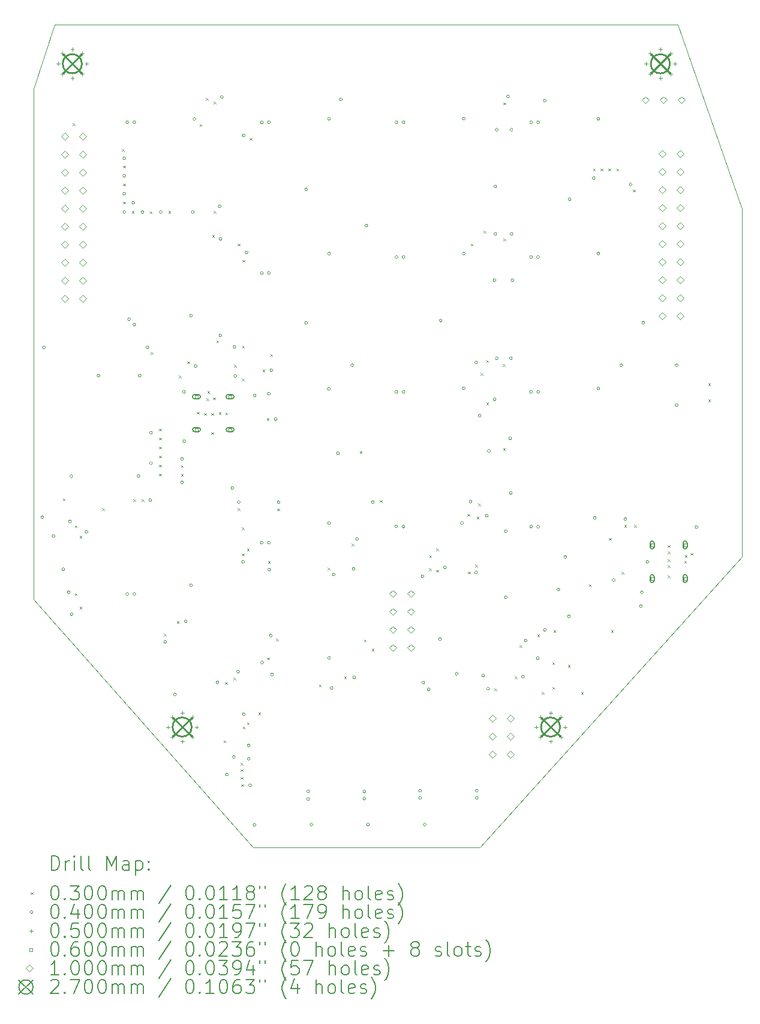
<source format=gbr>
%TF.GenerationSoftware,KiCad,Pcbnew,7.0.7-7.0.7~ubuntu20.04.1*%
%TF.CreationDate,2023-09-01T21:13:10-07:00*%
%TF.ProjectId,v2_controller,76325f63-6f6e-4747-926f-6c6c65722e6b,rev?*%
%TF.SameCoordinates,Original*%
%TF.FileFunction,Drillmap*%
%TF.FilePolarity,Positive*%
%FSLAX45Y45*%
G04 Gerber Fmt 4.5, Leading zero omitted, Abs format (unit mm)*
G04 Created by KiCad (PCBNEW 7.0.7-7.0.7~ubuntu20.04.1) date 2023-09-01 21:13:10*
%MOMM*%
%LPD*%
G01*
G04 APERTURE LIST*
%ADD10C,0.100000*%
%ADD11C,0.200000*%
%ADD12C,0.030000*%
%ADD13C,0.040000*%
%ADD14C,0.050000*%
%ADD15C,0.060000*%
%ADD16C,0.270000*%
G04 APERTURE END LIST*
D10*
X4600000Y-3900000D02*
X13400000Y-3900000D01*
X13400000Y-3900000D02*
X14300000Y-6500000D01*
X14300000Y-6500000D02*
X14300000Y-11400000D01*
X4300000Y-4800000D02*
X4600000Y-3900000D01*
X14300000Y-11400000D02*
X10600000Y-15500000D01*
X10600000Y-15500000D02*
X7400000Y-15500000D01*
X7400000Y-15500000D02*
X4300000Y-12000000D01*
X4300000Y-4800000D02*
X4300000Y-12000000D01*
D11*
D12*
X4715000Y-10575000D02*
X4745000Y-10605000D01*
X4745000Y-10575000D02*
X4715000Y-10605000D01*
X4857500Y-5287600D02*
X4887500Y-5317600D01*
X4887500Y-5287600D02*
X4857500Y-5317600D01*
X4885000Y-10955000D02*
X4915000Y-10985000D01*
X4915000Y-10955000D02*
X4885000Y-10985000D01*
X4885000Y-11915000D02*
X4915000Y-11945000D01*
X4915000Y-11915000D02*
X4885000Y-11945000D01*
X4955000Y-11105000D02*
X4985000Y-11135000D01*
X4985000Y-11105000D02*
X4955000Y-11135000D01*
X4955000Y-12105000D02*
X4985000Y-12135000D01*
X4985000Y-12105000D02*
X4955000Y-12135000D01*
X5268450Y-10716500D02*
X5298450Y-10746500D01*
X5298450Y-10716500D02*
X5268450Y-10746500D01*
X5549650Y-5651150D02*
X5579650Y-5681150D01*
X5579650Y-5651150D02*
X5549650Y-5681150D01*
X5568700Y-5886100D02*
X5598700Y-5916100D01*
X5598700Y-5886100D02*
X5568700Y-5916100D01*
X5568700Y-6140100D02*
X5598700Y-6170100D01*
X5598700Y-6140100D02*
X5568700Y-6170100D01*
X5568700Y-6394100D02*
X5598700Y-6424100D01*
X5598700Y-6394100D02*
X5568700Y-6424100D01*
X5691300Y-6525500D02*
X5721300Y-6555500D01*
X5721300Y-6525500D02*
X5691300Y-6555500D01*
X5712700Y-10589550D02*
X5742700Y-10619550D01*
X5742700Y-10589550D02*
X5712700Y-10619550D01*
X5828000Y-10588000D02*
X5858000Y-10618000D01*
X5858000Y-10588000D02*
X5828000Y-10618000D01*
X5943350Y-6527450D02*
X5973350Y-6557450D01*
X5973350Y-6527450D02*
X5943350Y-6557450D01*
X5958000Y-8515000D02*
X5988000Y-8545000D01*
X5988000Y-8515000D02*
X5958000Y-8545000D01*
X6076700Y-9594500D02*
X6106700Y-9624500D01*
X6106700Y-9594500D02*
X6076700Y-9624500D01*
X6076700Y-9721500D02*
X6106700Y-9751500D01*
X6106700Y-9721500D02*
X6076700Y-9751500D01*
X6076700Y-9848500D02*
X6106700Y-9878500D01*
X6106700Y-9848500D02*
X6076700Y-9878500D01*
X6076700Y-9975500D02*
X6106700Y-10005500D01*
X6106700Y-9975500D02*
X6076700Y-10005500D01*
X6076700Y-10102500D02*
X6106700Y-10132500D01*
X6106700Y-10102500D02*
X6076700Y-10132500D01*
X6076700Y-10229500D02*
X6106700Y-10259500D01*
X6106700Y-10229500D02*
X6076700Y-10259500D01*
X6145000Y-12485000D02*
X6175000Y-12515000D01*
X6175000Y-12485000D02*
X6145000Y-12515000D01*
X6208050Y-6525450D02*
X6238050Y-6555450D01*
X6238050Y-6525450D02*
X6208050Y-6555450D01*
X6325000Y-12305000D02*
X6355000Y-12335000D01*
X6355000Y-12305000D02*
X6325000Y-12335000D01*
X6356100Y-8845200D02*
X6386100Y-8875200D01*
X6386100Y-8845200D02*
X6356100Y-8875200D01*
X6385000Y-10110000D02*
X6415000Y-10140000D01*
X6415000Y-10110000D02*
X6385000Y-10140000D01*
X6385000Y-10235000D02*
X6415000Y-10265000D01*
X6415000Y-10235000D02*
X6385000Y-10265000D01*
X6474700Y-8646400D02*
X6504700Y-8676400D01*
X6504700Y-8646400D02*
X6474700Y-8676400D01*
X6610000Y-9357600D02*
X6640000Y-9387600D01*
X6640000Y-9357600D02*
X6610000Y-9387600D01*
X6647000Y-5301900D02*
X6677000Y-5331900D01*
X6677000Y-5301900D02*
X6647000Y-5331900D01*
X6709200Y-9375000D02*
X6739200Y-9405000D01*
X6739200Y-9375000D02*
X6709200Y-9405000D01*
X6735000Y-4933000D02*
X6765000Y-4963000D01*
X6765000Y-4933000D02*
X6735000Y-4963000D01*
X6745150Y-9165000D02*
X6775150Y-9195000D01*
X6775150Y-9165000D02*
X6745150Y-9195000D01*
X6755000Y-9065000D02*
X6785000Y-9095000D01*
X6785000Y-9065000D02*
X6755000Y-9095000D01*
X6810000Y-9375000D02*
X6840000Y-9405000D01*
X6840000Y-9375000D02*
X6810000Y-9405000D01*
X6813100Y-9643700D02*
X6843100Y-9673700D01*
X6843100Y-9643700D02*
X6813100Y-9673700D01*
X6825000Y-6863000D02*
X6855000Y-6893000D01*
X6855000Y-6863000D02*
X6825000Y-6893000D01*
X6835000Y-9155000D02*
X6865000Y-9185000D01*
X6865000Y-9155000D02*
X6835000Y-9185000D01*
X6845000Y-4985000D02*
X6875000Y-5015000D01*
X6875000Y-4985000D02*
X6845000Y-5015000D01*
X6846000Y-6525000D02*
X6876000Y-6555000D01*
X6876000Y-6525000D02*
X6846000Y-6555000D01*
X6885000Y-8349900D02*
X6915000Y-8379900D01*
X6915000Y-8349900D02*
X6885000Y-8379900D01*
X6917601Y-9359322D02*
X6947601Y-9389322D01*
X6947601Y-9359322D02*
X6917601Y-9389322D01*
X6985500Y-13986000D02*
X7015500Y-14016000D01*
X7015500Y-13986000D02*
X6985500Y-14016000D01*
X7005000Y-13165000D02*
X7035000Y-13195000D01*
X7035000Y-13165000D02*
X7005000Y-13195000D01*
X7009000Y-9365000D02*
X7039000Y-9395000D01*
X7039000Y-9365000D02*
X7009000Y-9395000D01*
X7125000Y-13105000D02*
X7155000Y-13135000D01*
X7155000Y-13105000D02*
X7125000Y-13135000D01*
X7135000Y-8693450D02*
X7165000Y-8723450D01*
X7165000Y-8693450D02*
X7135000Y-8723450D01*
X7185000Y-6985000D02*
X7215000Y-7015000D01*
X7215000Y-6985000D02*
X7185000Y-7015000D01*
X7185000Y-10715000D02*
X7215000Y-10745000D01*
X7215000Y-10715000D02*
X7185000Y-10745000D01*
X7225000Y-14305000D02*
X7255000Y-14335000D01*
X7255000Y-14305000D02*
X7225000Y-14335000D01*
X7225000Y-14395000D02*
X7255000Y-14425000D01*
X7255000Y-14395000D02*
X7225000Y-14425000D01*
X7225000Y-14505000D02*
X7255000Y-14535000D01*
X7255000Y-14505000D02*
X7225000Y-14535000D01*
X7235000Y-14605000D02*
X7265000Y-14635000D01*
X7265000Y-14605000D02*
X7235000Y-14635000D01*
X7245000Y-8885000D02*
X7275000Y-8915000D01*
X7275000Y-8885000D02*
X7245000Y-8915000D01*
X7245000Y-10985000D02*
X7275000Y-11015000D01*
X7275000Y-10985000D02*
X7245000Y-11015000D01*
X7245000Y-11355000D02*
X7275000Y-11385000D01*
X7275000Y-11355000D02*
X7245000Y-11385000D01*
X7246000Y-8426100D02*
X7276000Y-8456100D01*
X7276000Y-8426100D02*
X7246000Y-8456100D01*
X7253000Y-7215000D02*
X7283000Y-7245000D01*
X7283000Y-7215000D02*
X7253000Y-7245000D01*
X7255000Y-13795000D02*
X7285000Y-13825000D01*
X7285000Y-13795000D02*
X7255000Y-13825000D01*
X7315000Y-11285000D02*
X7345000Y-11315000D01*
X7345000Y-11285000D02*
X7315000Y-11315000D01*
X7315000Y-13734000D02*
X7345000Y-13764000D01*
X7345000Y-13734000D02*
X7315000Y-13764000D01*
X7355000Y-5495000D02*
X7385000Y-5525000D01*
X7385000Y-5495000D02*
X7355000Y-5525000D01*
X7475000Y-13595000D02*
X7505000Y-13625000D01*
X7505000Y-13595000D02*
X7475000Y-13625000D01*
X7535000Y-8760000D02*
X7565000Y-8790000D01*
X7565000Y-8760000D02*
X7535000Y-8790000D01*
X7593500Y-9447000D02*
X7623500Y-9477000D01*
X7623500Y-9447000D02*
X7593500Y-9477000D01*
X7597000Y-12820000D02*
X7627000Y-12850000D01*
X7627000Y-12820000D02*
X7597000Y-12850000D01*
X7610000Y-11460000D02*
X7640000Y-11490000D01*
X7640000Y-11460000D02*
X7610000Y-11490000D01*
X7645000Y-8545000D02*
X7675000Y-8575000D01*
X7675000Y-8545000D02*
X7645000Y-8575000D01*
X7725000Y-12555000D02*
X7755000Y-12585000D01*
X7755000Y-12555000D02*
X7725000Y-12585000D01*
X7745000Y-10719850D02*
X7775000Y-10749850D01*
X7775000Y-10719850D02*
X7745000Y-10749850D01*
X8330000Y-13200000D02*
X8360000Y-13230000D01*
X8360000Y-13200000D02*
X8330000Y-13230000D01*
X8455000Y-11555000D02*
X8485000Y-11585000D01*
X8485000Y-11555000D02*
X8455000Y-11585000D01*
X8685625Y-13085625D02*
X8715625Y-13115625D01*
X8715625Y-13085625D02*
X8685625Y-13115625D01*
X8795000Y-11215000D02*
X8825000Y-11245000D01*
X8825000Y-11215000D02*
X8795000Y-11245000D01*
X8908800Y-9912000D02*
X8938800Y-9942000D01*
X8938800Y-9912000D02*
X8908800Y-9942000D01*
X8965000Y-12565000D02*
X8995000Y-12595000D01*
X8995000Y-12565000D02*
X8965000Y-12595000D01*
X9075000Y-12698000D02*
X9105000Y-12728000D01*
X9105000Y-12698000D02*
X9075000Y-12728000D01*
X9192500Y-10602200D02*
X9222500Y-10632200D01*
X9222500Y-10602200D02*
X9192500Y-10632200D01*
X9885000Y-11560000D02*
X9915000Y-11590000D01*
X9915000Y-11560000D02*
X9885000Y-11590000D01*
X9888123Y-11381877D02*
X9918123Y-11411877D01*
X9918123Y-11381877D02*
X9888123Y-11411877D01*
X9985000Y-11285000D02*
X10015000Y-11315000D01*
X10015000Y-11285000D02*
X9985000Y-11315000D01*
X9985000Y-11585000D02*
X10015000Y-11615000D01*
X10015000Y-11585000D02*
X9985000Y-11615000D01*
X10426000Y-10797450D02*
X10456000Y-10827450D01*
X10456000Y-10797450D02*
X10426000Y-10827450D01*
X10435000Y-11610000D02*
X10465000Y-11640000D01*
X10465000Y-11610000D02*
X10435000Y-11640000D01*
X10474340Y-6985000D02*
X10504340Y-7015000D01*
X10504340Y-6985000D02*
X10474340Y-7015000D01*
X10535000Y-11510000D02*
X10565000Y-11540000D01*
X10565000Y-11510000D02*
X10535000Y-11540000D01*
X10560000Y-10835000D02*
X10590000Y-10865000D01*
X10590000Y-10835000D02*
X10560000Y-10865000D01*
X10579000Y-10650000D02*
X10609000Y-10680000D01*
X10609000Y-10650000D02*
X10579000Y-10680000D01*
X10614900Y-8811500D02*
X10644900Y-8841500D01*
X10644900Y-8811500D02*
X10614900Y-8841500D01*
X10657000Y-6805000D02*
X10687000Y-6835000D01*
X10687000Y-6805000D02*
X10657000Y-6835000D01*
X10695000Y-8629700D02*
X10725000Y-8659700D01*
X10725000Y-8629700D02*
X10695000Y-8659700D01*
X10695000Y-9225000D02*
X10725000Y-9255000D01*
X10725000Y-9225000D02*
X10695000Y-9255000D01*
X10805950Y-13255950D02*
X10835950Y-13285950D01*
X10835950Y-13255950D02*
X10805950Y-13285950D01*
X10927000Y-8684500D02*
X10957000Y-8714500D01*
X10957000Y-8684500D02*
X10927000Y-8714500D01*
X10929000Y-9869000D02*
X10959000Y-9899000D01*
X10959000Y-9869000D02*
X10929000Y-9899000D01*
X10935000Y-4995000D02*
X10965000Y-5025000D01*
X10965000Y-4995000D02*
X10935000Y-5025000D01*
X10935000Y-6915000D02*
X10965000Y-6945000D01*
X10965000Y-6915000D02*
X10935000Y-6945000D01*
X11095000Y-13085000D02*
X11125000Y-13115000D01*
X11125000Y-13085000D02*
X11095000Y-13115000D01*
X11165000Y-12645000D02*
X11195000Y-12675000D01*
X11195000Y-12645000D02*
X11165000Y-12675000D01*
X11415000Y-12495000D02*
X11445000Y-12525000D01*
X11445000Y-12495000D02*
X11415000Y-12525000D01*
X11478500Y-13307300D02*
X11508500Y-13337300D01*
X11508500Y-13307300D02*
X11478500Y-13337300D01*
X11625000Y-12889000D02*
X11655000Y-12919000D01*
X11655000Y-12889000D02*
X11625000Y-12919000D01*
X11625000Y-13232550D02*
X11655000Y-13262550D01*
X11655000Y-13232550D02*
X11625000Y-13262550D01*
X11641000Y-12435000D02*
X11671000Y-12465000D01*
X11671000Y-12435000D02*
X11641000Y-12465000D01*
X11845000Y-12925000D02*
X11875000Y-12955000D01*
X11875000Y-12925000D02*
X11845000Y-12955000D01*
X12033000Y-13305000D02*
X12063000Y-13335000D01*
X12063000Y-13305000D02*
X12033000Y-13335000D01*
X12142100Y-11785600D02*
X12172100Y-11815600D01*
X12172100Y-11785600D02*
X12142100Y-11815600D01*
X12202400Y-5928600D02*
X12232400Y-5958600D01*
X12232400Y-5928600D02*
X12202400Y-5958600D01*
X12304430Y-5928170D02*
X12334430Y-5958170D01*
X12334430Y-5928170D02*
X12304430Y-5958170D01*
X12418300Y-5928600D02*
X12448300Y-5958600D01*
X12448300Y-5928600D02*
X12418300Y-5958600D01*
X12425000Y-11135000D02*
X12455000Y-11165000D01*
X12455000Y-11135000D02*
X12425000Y-11165000D01*
X12455000Y-12435000D02*
X12485000Y-12465000D01*
X12485000Y-12435000D02*
X12455000Y-12465000D01*
X12532600Y-5928600D02*
X12562600Y-5958600D01*
X12562600Y-5928600D02*
X12532600Y-5958600D01*
X12604500Y-11613800D02*
X12634500Y-11643800D01*
X12634500Y-11613800D02*
X12604500Y-11643800D01*
X12642600Y-10953400D02*
X12672600Y-10983400D01*
X12672600Y-10953400D02*
X12642600Y-10983400D01*
X12765000Y-6225000D02*
X12795000Y-6255000D01*
X12795000Y-6225000D02*
X12765000Y-6255000D01*
X12782300Y-10953400D02*
X12812300Y-10983400D01*
X12812300Y-10953400D02*
X12782300Y-10983400D01*
X13255000Y-11235000D02*
X13285000Y-11265000D01*
X13285000Y-11235000D02*
X13255000Y-11265000D01*
X13255000Y-11325000D02*
X13285000Y-11355000D01*
X13285000Y-11325000D02*
X13255000Y-11355000D01*
X13255000Y-11437250D02*
X13285000Y-11467250D01*
X13285000Y-11437250D02*
X13255000Y-11467250D01*
X13255000Y-11665000D02*
X13285000Y-11695000D01*
X13285000Y-11665000D02*
X13255000Y-11695000D01*
X13255900Y-11519000D02*
X13285900Y-11549000D01*
X13285900Y-11519000D02*
X13255900Y-11549000D01*
X13485900Y-11455000D02*
X13515900Y-11485000D01*
X13515900Y-11455000D02*
X13485900Y-11485000D01*
X13497276Y-11375250D02*
X13527276Y-11405250D01*
X13527276Y-11375250D02*
X13497276Y-11405250D01*
X13576900Y-11345000D02*
X13606900Y-11375000D01*
X13606900Y-11345000D02*
X13576900Y-11375000D01*
X13825000Y-8955000D02*
X13855000Y-8985000D01*
X13855000Y-8955000D02*
X13825000Y-8985000D01*
X13825000Y-9185000D02*
X13855000Y-9215000D01*
X13855000Y-9185000D02*
X13825000Y-9215000D01*
D13*
X4448000Y-10841400D02*
G75*
G03*
X4448000Y-10841400I-20000J0D01*
G01*
X4470000Y-8450000D02*
G75*
G03*
X4470000Y-8450000I-20000J0D01*
G01*
X4604400Y-11105700D02*
G75*
G03*
X4604400Y-11105700I-20000J0D01*
G01*
X4743800Y-11575000D02*
G75*
G03*
X4743800Y-11575000I-20000J0D01*
G01*
X4820000Y-11900000D02*
G75*
G03*
X4820000Y-11900000I-20000J0D01*
G01*
X4835600Y-10900000D02*
G75*
G03*
X4835600Y-10900000I-20000J0D01*
G01*
X4855000Y-10265000D02*
G75*
G03*
X4855000Y-10265000I-20000J0D01*
G01*
X4860000Y-12210000D02*
G75*
G03*
X4860000Y-12210000I-20000J0D01*
G01*
X5070000Y-11050000D02*
G75*
G03*
X5070000Y-11050000I-20000J0D01*
G01*
X5240000Y-8845000D02*
G75*
G03*
X5240000Y-8845000I-20000J0D01*
G01*
X5603700Y-5780000D02*
G75*
G03*
X5603700Y-5780000I-20000J0D01*
G01*
X5603700Y-6030000D02*
G75*
G03*
X5603700Y-6030000I-20000J0D01*
G01*
X5603700Y-6280000D02*
G75*
G03*
X5603700Y-6280000I-20000J0D01*
G01*
X5603700Y-6540000D02*
G75*
G03*
X5603700Y-6540000I-20000J0D01*
G01*
X5645000Y-5275000D02*
G75*
G03*
X5645000Y-5275000I-20000J0D01*
G01*
X5645000Y-11925000D02*
G75*
G03*
X5645000Y-11925000I-20000J0D01*
G01*
X5670000Y-8050000D02*
G75*
G03*
X5670000Y-8050000I-20000J0D01*
G01*
X5730000Y-6410000D02*
G75*
G03*
X5730000Y-6410000I-20000J0D01*
G01*
X5745000Y-5275000D02*
G75*
G03*
X5745000Y-5275000I-20000J0D01*
G01*
X5745000Y-8125000D02*
G75*
G03*
X5745000Y-8125000I-20000J0D01*
G01*
X5745000Y-11925000D02*
G75*
G03*
X5745000Y-11925000I-20000J0D01*
G01*
X5805000Y-10260000D02*
G75*
G03*
X5805000Y-10260000I-20000J0D01*
G01*
X5820000Y-8845000D02*
G75*
G03*
X5820000Y-8845000I-20000J0D01*
G01*
X5860000Y-6540000D02*
G75*
G03*
X5860000Y-6540000I-20000J0D01*
G01*
X5930000Y-8450000D02*
G75*
G03*
X5930000Y-8450000I-20000J0D01*
G01*
X5970000Y-10600000D02*
G75*
G03*
X5970000Y-10600000I-20000J0D01*
G01*
X5980000Y-9650000D02*
G75*
G03*
X5980000Y-9650000I-20000J0D01*
G01*
X5980732Y-10079268D02*
G75*
G03*
X5980732Y-10079268I-20000J0D01*
G01*
X6120000Y-6540000D02*
G75*
G03*
X6120000Y-6540000I-20000J0D01*
G01*
X6180000Y-12600000D02*
G75*
G03*
X6180000Y-12600000I-20000J0D01*
G01*
X6320000Y-13340000D02*
G75*
G03*
X6320000Y-13340000I-20000J0D01*
G01*
X6420000Y-10020000D02*
G75*
G03*
X6420000Y-10020000I-20000J0D01*
G01*
X6420000Y-10350000D02*
G75*
G03*
X6420000Y-10350000I-20000J0D01*
G01*
X6445000Y-9075000D02*
G75*
G03*
X6445000Y-9075000I-20000J0D01*
G01*
X6450000Y-9770000D02*
G75*
G03*
X6450000Y-9770000I-20000J0D01*
G01*
X6470000Y-12310000D02*
G75*
G03*
X6470000Y-12310000I-20000J0D01*
G01*
X6545000Y-8000000D02*
G75*
G03*
X6545000Y-8000000I-20000J0D01*
G01*
X6545000Y-11800000D02*
G75*
G03*
X6545000Y-11800000I-20000J0D01*
G01*
X6570000Y-6540000D02*
G75*
G03*
X6570000Y-6540000I-20000J0D01*
G01*
X6594300Y-5228000D02*
G75*
G03*
X6594300Y-5228000I-20000J0D01*
G01*
X6610000Y-8710000D02*
G75*
G03*
X6610000Y-8710000I-20000J0D01*
G01*
X6920000Y-13170000D02*
G75*
G03*
X6920000Y-13170000I-20000J0D01*
G01*
X6950000Y-6460000D02*
G75*
G03*
X6950000Y-6460000I-20000J0D01*
G01*
X6960000Y-6920000D02*
G75*
G03*
X6960000Y-6920000I-20000J0D01*
G01*
X6960000Y-8280000D02*
G75*
G03*
X6960000Y-8280000I-20000J0D01*
G01*
X6980000Y-4920000D02*
G75*
G03*
X6980000Y-4920000I-20000J0D01*
G01*
X7050000Y-14470000D02*
G75*
G03*
X7050000Y-14470000I-20000J0D01*
G01*
X7130000Y-10430000D02*
G75*
G03*
X7130000Y-10430000I-20000J0D01*
G01*
X7150000Y-14220000D02*
G75*
G03*
X7150000Y-14220000I-20000J0D01*
G01*
X7160000Y-8440000D02*
G75*
G03*
X7160000Y-8440000I-20000J0D01*
G01*
X7170000Y-8850000D02*
G75*
G03*
X7170000Y-8850000I-20000J0D01*
G01*
X7210000Y-13020000D02*
G75*
G03*
X7210000Y-13020000I-20000J0D01*
G01*
X7220000Y-10630000D02*
G75*
G03*
X7220000Y-10630000I-20000J0D01*
G01*
X7280000Y-11470000D02*
G75*
G03*
X7280000Y-11470000I-20000J0D01*
G01*
X7290000Y-5460000D02*
G75*
G03*
X7290000Y-5460000I-20000J0D01*
G01*
X7290000Y-13620000D02*
G75*
G03*
X7290000Y-13620000I-20000J0D01*
G01*
X7330000Y-7110000D02*
G75*
G03*
X7330000Y-7110000I-20000J0D01*
G01*
X7360000Y-14059000D02*
G75*
G03*
X7360000Y-14059000I-20000J0D01*
G01*
X7360000Y-14246850D02*
G75*
G03*
X7360000Y-14246850I-20000J0D01*
G01*
X7380000Y-14620000D02*
G75*
G03*
X7380000Y-14620000I-20000J0D01*
G01*
X7440000Y-15180000D02*
G75*
G03*
X7440000Y-15180000I-20000J0D01*
G01*
X7445000Y-9125000D02*
G75*
G03*
X7445000Y-9125000I-20000J0D01*
G01*
X7545000Y-5275000D02*
G75*
G03*
X7545000Y-5275000I-20000J0D01*
G01*
X7545000Y-7400000D02*
G75*
G03*
X7545000Y-7400000I-20000J0D01*
G01*
X7545000Y-11200000D02*
G75*
G03*
X7545000Y-11200000I-20000J0D01*
G01*
X7550000Y-12890000D02*
G75*
G03*
X7550000Y-12890000I-20000J0D01*
G01*
X7645000Y-5275000D02*
G75*
G03*
X7645000Y-5275000I-20000J0D01*
G01*
X7645000Y-7400000D02*
G75*
G03*
X7645000Y-7400000I-20000J0D01*
G01*
X7645000Y-9100000D02*
G75*
G03*
X7645000Y-9100000I-20000J0D01*
G01*
X7645000Y-11200000D02*
G75*
G03*
X7645000Y-11200000I-20000J0D01*
G01*
X7650000Y-11580000D02*
G75*
G03*
X7650000Y-11580000I-20000J0D01*
G01*
X7670000Y-12510000D02*
G75*
G03*
X7670000Y-12510000I-20000J0D01*
G01*
X7680000Y-8770000D02*
G75*
G03*
X7680000Y-8770000I-20000J0D01*
G01*
X7690000Y-13059850D02*
G75*
G03*
X7690000Y-13059850I-20000J0D01*
G01*
X7740000Y-9460000D02*
G75*
G03*
X7740000Y-9460000I-20000J0D01*
G01*
X7780000Y-10630000D02*
G75*
G03*
X7780000Y-10630000I-20000J0D01*
G01*
X8170000Y-6220000D02*
G75*
G03*
X8170000Y-6220000I-20000J0D01*
G01*
X8170000Y-8100000D02*
G75*
G03*
X8170000Y-8100000I-20000J0D01*
G01*
X8200000Y-14705000D02*
G75*
G03*
X8200000Y-14705000I-20000J0D01*
G01*
X8200000Y-14814000D02*
G75*
G03*
X8200000Y-14814000I-20000J0D01*
G01*
X8245000Y-15175000D02*
G75*
G03*
X8245000Y-15175000I-20000J0D01*
G01*
X8490000Y-9033000D02*
G75*
G03*
X8490000Y-9033000I-20000J0D01*
G01*
X8495000Y-5225000D02*
G75*
G03*
X8495000Y-5225000I-20000J0D01*
G01*
X8495000Y-7125000D02*
G75*
G03*
X8495000Y-7125000I-20000J0D01*
G01*
X8495000Y-10925000D02*
G75*
G03*
X8495000Y-10925000I-20000J0D01*
G01*
X8495000Y-12825000D02*
G75*
G03*
X8495000Y-12825000I-20000J0D01*
G01*
X8530000Y-13250000D02*
G75*
G03*
X8530000Y-13250000I-20000J0D01*
G01*
X8560000Y-11650000D02*
G75*
G03*
X8560000Y-11650000I-20000J0D01*
G01*
X8620000Y-9940000D02*
G75*
G03*
X8620000Y-9940000I-20000J0D01*
G01*
X8660000Y-4950000D02*
G75*
G03*
X8660000Y-4950000I-20000J0D01*
G01*
X8820000Y-8700000D02*
G75*
G03*
X8820000Y-8700000I-20000J0D01*
G01*
X8840000Y-11570000D02*
G75*
G03*
X8840000Y-11570000I-20000J0D01*
G01*
X8850000Y-13100000D02*
G75*
G03*
X8850000Y-13100000I-20000J0D01*
G01*
X8890000Y-11150000D02*
G75*
G03*
X8890000Y-11150000I-20000J0D01*
G01*
X8992000Y-14709000D02*
G75*
G03*
X8992000Y-14709000I-20000J0D01*
G01*
X8992000Y-14809000D02*
G75*
G03*
X8992000Y-14809000I-20000J0D01*
G01*
X9020000Y-6730000D02*
G75*
G03*
X9020000Y-6730000I-20000J0D01*
G01*
X9045000Y-15175000D02*
G75*
G03*
X9045000Y-15175000I-20000J0D01*
G01*
X9110000Y-10630000D02*
G75*
G03*
X9110000Y-10630000I-20000J0D01*
G01*
X9440000Y-10970000D02*
G75*
G03*
X9440000Y-10970000I-20000J0D01*
G01*
X9445000Y-5275000D02*
G75*
G03*
X9445000Y-5275000I-20000J0D01*
G01*
X9445000Y-7175000D02*
G75*
G03*
X9445000Y-7175000I-20000J0D01*
G01*
X9445000Y-9075000D02*
G75*
G03*
X9445000Y-9075000I-20000J0D01*
G01*
X9545000Y-5275000D02*
G75*
G03*
X9545000Y-5275000I-20000J0D01*
G01*
X9545000Y-7175000D02*
G75*
G03*
X9545000Y-7175000I-20000J0D01*
G01*
X9545000Y-9075000D02*
G75*
G03*
X9545000Y-9075000I-20000J0D01*
G01*
X9545000Y-10975000D02*
G75*
G03*
X9545000Y-10975000I-20000J0D01*
G01*
X9778000Y-14699050D02*
G75*
G03*
X9778000Y-14699050I-20000J0D01*
G01*
X9778000Y-14799000D02*
G75*
G03*
X9778000Y-14799000I-20000J0D01*
G01*
X9813000Y-11676000D02*
G75*
G03*
X9813000Y-11676000I-20000J0D01*
G01*
X9823000Y-13173000D02*
G75*
G03*
X9823000Y-13173000I-20000J0D01*
G01*
X9845000Y-15175000D02*
G75*
G03*
X9845000Y-15175000I-20000J0D01*
G01*
X9900000Y-13270000D02*
G75*
G03*
X9900000Y-13270000I-20000J0D01*
G01*
X10060000Y-12560000D02*
G75*
G03*
X10060000Y-12560000I-20000J0D01*
G01*
X10070000Y-8070000D02*
G75*
G03*
X10070000Y-8070000I-20000J0D01*
G01*
X10130000Y-11550000D02*
G75*
G03*
X10130000Y-11550000I-20000J0D01*
G01*
X10295000Y-13050000D02*
G75*
G03*
X10295000Y-13050000I-20000J0D01*
G01*
X10370000Y-10925000D02*
G75*
G03*
X10370000Y-10925000I-20000J0D01*
G01*
X10395000Y-5225000D02*
G75*
G03*
X10395000Y-5225000I-20000J0D01*
G01*
X10395000Y-7125000D02*
G75*
G03*
X10395000Y-7125000I-20000J0D01*
G01*
X10395000Y-9025000D02*
G75*
G03*
X10395000Y-9025000I-20000J0D01*
G01*
X10490000Y-10620000D02*
G75*
G03*
X10490000Y-10620000I-20000J0D01*
G01*
X10570000Y-8660000D02*
G75*
G03*
X10570000Y-8660000I-20000J0D01*
G01*
X10570000Y-11620000D02*
G75*
G03*
X10570000Y-11620000I-20000J0D01*
G01*
X10579000Y-14799000D02*
G75*
G03*
X10579000Y-14799000I-20000J0D01*
G01*
X10580098Y-14699056D02*
G75*
G03*
X10580098Y-14699056I-20000J0D01*
G01*
X10620000Y-9410000D02*
G75*
G03*
X10620000Y-9410000I-20000J0D01*
G01*
X10670000Y-13075000D02*
G75*
G03*
X10670000Y-13075000I-20000J0D01*
G01*
X10720000Y-10820000D02*
G75*
G03*
X10720000Y-10820000I-20000J0D01*
G01*
X10740000Y-13260000D02*
G75*
G03*
X10740000Y-13260000I-20000J0D01*
G01*
X10750000Y-9910000D02*
G75*
G03*
X10750000Y-9910000I-20000J0D01*
G01*
X10830000Y-7500000D02*
G75*
G03*
X10830000Y-7500000I-20000J0D01*
G01*
X10830000Y-9180000D02*
G75*
G03*
X10830000Y-9180000I-20000J0D01*
G01*
X10840000Y-6180000D02*
G75*
G03*
X10840000Y-6180000I-20000J0D01*
G01*
X10840000Y-6850000D02*
G75*
G03*
X10840000Y-6850000I-20000J0D01*
G01*
X10860000Y-5380000D02*
G75*
G03*
X10860000Y-5380000I-20000J0D01*
G01*
X10860000Y-8600000D02*
G75*
G03*
X10860000Y-8600000I-20000J0D01*
G01*
X10990000Y-11040000D02*
G75*
G03*
X10990000Y-11040000I-20000J0D01*
G01*
X10990000Y-11970000D02*
G75*
G03*
X10990000Y-11970000I-20000J0D01*
G01*
X11020000Y-4910000D02*
G75*
G03*
X11020000Y-4910000I-20000J0D01*
G01*
X11050000Y-9730000D02*
G75*
G03*
X11050000Y-9730000I-20000J0D01*
G01*
X11060000Y-8600000D02*
G75*
G03*
X11060000Y-8600000I-20000J0D01*
G01*
X11060000Y-10500000D02*
G75*
G03*
X11060000Y-10500000I-20000J0D01*
G01*
X11070000Y-5380000D02*
G75*
G03*
X11070000Y-5380000I-20000J0D01*
G01*
X11070000Y-6850000D02*
G75*
G03*
X11070000Y-6850000I-20000J0D01*
G01*
X11080000Y-7500000D02*
G75*
G03*
X11080000Y-7500000I-20000J0D01*
G01*
X11230000Y-13090000D02*
G75*
G03*
X11230000Y-13090000I-20000J0D01*
G01*
X11270000Y-12580000D02*
G75*
G03*
X11270000Y-12580000I-20000J0D01*
G01*
X11345000Y-5275000D02*
G75*
G03*
X11345000Y-5275000I-20000J0D01*
G01*
X11345000Y-7175000D02*
G75*
G03*
X11345000Y-7175000I-20000J0D01*
G01*
X11345000Y-9075000D02*
G75*
G03*
X11345000Y-9075000I-20000J0D01*
G01*
X11345000Y-10975000D02*
G75*
G03*
X11345000Y-10975000I-20000J0D01*
G01*
X11440000Y-12830000D02*
G75*
G03*
X11440000Y-12830000I-20000J0D01*
G01*
X11445000Y-5275000D02*
G75*
G03*
X11445000Y-5275000I-20000J0D01*
G01*
X11445000Y-7175000D02*
G75*
G03*
X11445000Y-7175000I-20000J0D01*
G01*
X11445000Y-9075000D02*
G75*
G03*
X11445000Y-9075000I-20000J0D01*
G01*
X11445000Y-10975000D02*
G75*
G03*
X11445000Y-10975000I-20000J0D01*
G01*
X11540000Y-4970000D02*
G75*
G03*
X11540000Y-4970000I-20000J0D01*
G01*
X11540000Y-12430000D02*
G75*
G03*
X11540000Y-12430000I-20000J0D01*
G01*
X11730000Y-11860000D02*
G75*
G03*
X11730000Y-11860000I-20000J0D01*
G01*
X11830000Y-11400000D02*
G75*
G03*
X11830000Y-11400000I-20000J0D01*
G01*
X11880000Y-12240000D02*
G75*
G03*
X11880000Y-12240000I-20000J0D01*
G01*
X11890000Y-6360000D02*
G75*
G03*
X11890000Y-6360000I-20000J0D01*
G01*
X12230000Y-6060000D02*
G75*
G03*
X12230000Y-6060000I-20000J0D01*
G01*
X12245000Y-10850000D02*
G75*
G03*
X12245000Y-10850000I-20000J0D01*
G01*
X12295000Y-5225000D02*
G75*
G03*
X12295000Y-5225000I-20000J0D01*
G01*
X12295000Y-7125000D02*
G75*
G03*
X12295000Y-7125000I-20000J0D01*
G01*
X12295000Y-9025000D02*
G75*
G03*
X12295000Y-9025000I-20000J0D01*
G01*
X12510000Y-11730000D02*
G75*
G03*
X12510000Y-11730000I-20000J0D01*
G01*
X12620000Y-8700000D02*
G75*
G03*
X12620000Y-8700000I-20000J0D01*
G01*
X12677600Y-10866800D02*
G75*
G03*
X12677600Y-10866800I-20000J0D01*
G01*
X12750000Y-6150000D02*
G75*
G03*
X12750000Y-6150000I-20000J0D01*
G01*
X12895900Y-12095600D02*
G75*
G03*
X12895900Y-12095600I-20000J0D01*
G01*
X12910000Y-11900000D02*
G75*
G03*
X12910000Y-11900000I-20000J0D01*
G01*
X12930000Y-8100000D02*
G75*
G03*
X12930000Y-8100000I-20000J0D01*
G01*
X12989000Y-11471300D02*
G75*
G03*
X12989000Y-11471300I-20000J0D01*
G01*
X13400000Y-8700000D02*
G75*
G03*
X13400000Y-8700000I-20000J0D01*
G01*
X13400000Y-9260000D02*
G75*
G03*
X13400000Y-9260000I-20000J0D01*
G01*
X13680000Y-10980000D02*
G75*
G03*
X13680000Y-10980000I-20000J0D01*
G01*
D14*
X4647500Y-4425000D02*
X4647500Y-4475000D01*
X4622500Y-4450000D02*
X4672500Y-4450000D01*
X4706811Y-4281811D02*
X4706811Y-4331811D01*
X4681811Y-4306811D02*
X4731811Y-4306811D01*
X4706811Y-4568189D02*
X4706811Y-4618189D01*
X4681811Y-4593189D02*
X4731811Y-4593189D01*
X4850000Y-4222500D02*
X4850000Y-4272500D01*
X4825000Y-4247500D02*
X4875000Y-4247500D01*
X4850000Y-4627500D02*
X4850000Y-4677500D01*
X4825000Y-4652500D02*
X4875000Y-4652500D01*
X4993189Y-4281811D02*
X4993189Y-4331811D01*
X4968189Y-4306811D02*
X5018189Y-4306811D01*
X4993189Y-4568189D02*
X4993189Y-4618189D01*
X4968189Y-4593189D02*
X5018189Y-4593189D01*
X5052500Y-4425000D02*
X5052500Y-4475000D01*
X5027500Y-4450000D02*
X5077500Y-4450000D01*
X6197500Y-13775000D02*
X6197500Y-13825000D01*
X6172500Y-13800000D02*
X6222500Y-13800000D01*
X6256811Y-13631811D02*
X6256811Y-13681811D01*
X6231811Y-13656811D02*
X6281811Y-13656811D01*
X6256811Y-13918189D02*
X6256811Y-13968189D01*
X6231811Y-13943189D02*
X6281811Y-13943189D01*
X6400000Y-13572500D02*
X6400000Y-13622500D01*
X6375000Y-13597500D02*
X6425000Y-13597500D01*
X6400000Y-13977500D02*
X6400000Y-14027500D01*
X6375000Y-14002500D02*
X6425000Y-14002500D01*
X6543189Y-13631811D02*
X6543189Y-13681811D01*
X6518189Y-13656811D02*
X6568189Y-13656811D01*
X6543189Y-13918189D02*
X6543189Y-13968189D01*
X6518189Y-13943189D02*
X6568189Y-13943189D01*
X6602500Y-13775000D02*
X6602500Y-13825000D01*
X6577500Y-13800000D02*
X6627500Y-13800000D01*
X11397500Y-13775000D02*
X11397500Y-13825000D01*
X11372500Y-13800000D02*
X11422500Y-13800000D01*
X11456811Y-13631811D02*
X11456811Y-13681811D01*
X11431811Y-13656811D02*
X11481811Y-13656811D01*
X11456811Y-13918189D02*
X11456811Y-13968189D01*
X11431811Y-13943189D02*
X11481811Y-13943189D01*
X11600000Y-13572500D02*
X11600000Y-13622500D01*
X11575000Y-13597500D02*
X11625000Y-13597500D01*
X11600000Y-13977500D02*
X11600000Y-14027500D01*
X11575000Y-14002500D02*
X11625000Y-14002500D01*
X11743189Y-13631811D02*
X11743189Y-13681811D01*
X11718189Y-13656811D02*
X11768189Y-13656811D01*
X11743189Y-13918189D02*
X11743189Y-13968189D01*
X11718189Y-13943189D02*
X11768189Y-13943189D01*
X11802500Y-13775000D02*
X11802500Y-13825000D01*
X11777500Y-13800000D02*
X11827500Y-13800000D01*
X12947500Y-4425000D02*
X12947500Y-4475000D01*
X12922500Y-4450000D02*
X12972500Y-4450000D01*
X13006811Y-4281811D02*
X13006811Y-4331811D01*
X12981811Y-4306811D02*
X13031811Y-4306811D01*
X13006811Y-4568189D02*
X13006811Y-4618189D01*
X12981811Y-4593189D02*
X13031811Y-4593189D01*
X13150000Y-4222500D02*
X13150000Y-4272500D01*
X13125000Y-4247500D02*
X13175000Y-4247500D01*
X13150000Y-4627500D02*
X13150000Y-4677500D01*
X13125000Y-4652500D02*
X13175000Y-4652500D01*
X13293189Y-4281811D02*
X13293189Y-4331811D01*
X13268189Y-4306811D02*
X13318189Y-4306811D01*
X13293189Y-4568189D02*
X13293189Y-4618189D01*
X13268189Y-4593189D02*
X13318189Y-4593189D01*
X13352500Y-4425000D02*
X13352500Y-4475000D01*
X13327500Y-4450000D02*
X13377500Y-4450000D01*
D15*
X6624213Y-9164213D02*
X6624213Y-9121787D01*
X6581787Y-9121787D01*
X6581787Y-9164213D01*
X6624213Y-9164213D01*
D11*
X6578000Y-9173000D02*
X6628000Y-9173000D01*
X6628000Y-9173000D02*
G75*
G03*
X6628000Y-9113000I0J30000D01*
G01*
X6628000Y-9113000D02*
X6578000Y-9113000D01*
X6578000Y-9113000D02*
G75*
G03*
X6578000Y-9173000I0J-30000D01*
G01*
D15*
X6624213Y-9628213D02*
X6624213Y-9585787D01*
X6581787Y-9585787D01*
X6581787Y-9628213D01*
X6624213Y-9628213D01*
D11*
X6578000Y-9637000D02*
X6628000Y-9637000D01*
X6628000Y-9637000D02*
G75*
G03*
X6628000Y-9577000I0J30000D01*
G01*
X6628000Y-9577000D02*
X6578000Y-9577000D01*
X6578000Y-9577000D02*
G75*
G03*
X6578000Y-9637000I0J-30000D01*
G01*
D15*
X7098213Y-9164213D02*
X7098213Y-9121787D01*
X7055787Y-9121787D01*
X7055787Y-9164213D01*
X7098213Y-9164213D01*
D11*
X7052000Y-9173000D02*
X7102000Y-9173000D01*
X7102000Y-9173000D02*
G75*
G03*
X7102000Y-9113000I0J30000D01*
G01*
X7102000Y-9113000D02*
X7052000Y-9113000D01*
X7052000Y-9113000D02*
G75*
G03*
X7052000Y-9173000I0J-30000D01*
G01*
D15*
X7098213Y-9628213D02*
X7098213Y-9585787D01*
X7055787Y-9585787D01*
X7055787Y-9628213D01*
X7098213Y-9628213D01*
D11*
X7052000Y-9637000D02*
X7102000Y-9637000D01*
X7102000Y-9637000D02*
G75*
G03*
X7102000Y-9577000I0J30000D01*
G01*
X7102000Y-9577000D02*
X7052000Y-9577000D01*
X7052000Y-9577000D02*
G75*
G03*
X7052000Y-9637000I0J-30000D01*
G01*
D15*
X13056413Y-11254013D02*
X13056413Y-11211587D01*
X13013987Y-11211587D01*
X13013987Y-11254013D01*
X13056413Y-11254013D01*
D11*
X13065200Y-11257800D02*
X13065200Y-11207800D01*
X13065200Y-11207800D02*
G75*
G03*
X13005200Y-11207800I-30000J0D01*
G01*
X13005200Y-11207800D02*
X13005200Y-11257800D01*
X13005200Y-11257800D02*
G75*
G03*
X13065200Y-11257800I30000J0D01*
G01*
D15*
X13056413Y-11728013D02*
X13056413Y-11685587D01*
X13013987Y-11685587D01*
X13013987Y-11728013D01*
X13056413Y-11728013D01*
D11*
X13065200Y-11731800D02*
X13065200Y-11681800D01*
X13065200Y-11681800D02*
G75*
G03*
X13005200Y-11681800I-30000J0D01*
G01*
X13005200Y-11681800D02*
X13005200Y-11731800D01*
X13005200Y-11731800D02*
G75*
G03*
X13065200Y-11731800I30000J0D01*
G01*
D15*
X13520413Y-11254013D02*
X13520413Y-11211587D01*
X13477987Y-11211587D01*
X13477987Y-11254013D01*
X13520413Y-11254013D01*
D11*
X13529200Y-11257800D02*
X13529200Y-11207800D01*
X13529200Y-11207800D02*
G75*
G03*
X13469200Y-11207800I-30000J0D01*
G01*
X13469200Y-11207800D02*
X13469200Y-11257800D01*
X13469200Y-11257800D02*
G75*
G03*
X13529200Y-11257800I30000J0D01*
G01*
D15*
X13520413Y-11728013D02*
X13520413Y-11685587D01*
X13477987Y-11685587D01*
X13477987Y-11728013D01*
X13520413Y-11728013D01*
D11*
X13529200Y-11731800D02*
X13529200Y-11681800D01*
X13529200Y-11681800D02*
G75*
G03*
X13469200Y-11681800I-30000J0D01*
G01*
X13469200Y-11681800D02*
X13469200Y-11731800D01*
X13469200Y-11731800D02*
G75*
G03*
X13529200Y-11731800I30000J0D01*
G01*
D10*
X4742960Y-5521840D02*
X4792960Y-5471840D01*
X4742960Y-5421840D01*
X4692960Y-5471840D01*
X4742960Y-5521840D01*
X4742960Y-5775840D02*
X4792960Y-5725840D01*
X4742960Y-5675840D01*
X4692960Y-5725840D01*
X4742960Y-5775840D01*
X4742960Y-6029840D02*
X4792960Y-5979840D01*
X4742960Y-5929840D01*
X4692960Y-5979840D01*
X4742960Y-6029840D01*
X4742960Y-6283840D02*
X4792960Y-6233840D01*
X4742960Y-6183840D01*
X4692960Y-6233840D01*
X4742960Y-6283840D01*
X4742960Y-6537840D02*
X4792960Y-6487840D01*
X4742960Y-6437840D01*
X4692960Y-6487840D01*
X4742960Y-6537840D01*
X4742960Y-6791840D02*
X4792960Y-6741840D01*
X4742960Y-6691840D01*
X4692960Y-6741840D01*
X4742960Y-6791840D01*
X4742960Y-7045840D02*
X4792960Y-6995840D01*
X4742960Y-6945840D01*
X4692960Y-6995840D01*
X4742960Y-7045840D01*
X4742960Y-7299840D02*
X4792960Y-7249840D01*
X4742960Y-7199840D01*
X4692960Y-7249840D01*
X4742960Y-7299840D01*
X4742960Y-7553840D02*
X4792960Y-7503840D01*
X4742960Y-7453840D01*
X4692960Y-7503840D01*
X4742960Y-7553840D01*
X4742960Y-7807840D02*
X4792960Y-7757840D01*
X4742960Y-7707840D01*
X4692960Y-7757840D01*
X4742960Y-7807840D01*
X4996960Y-5521840D02*
X5046960Y-5471840D01*
X4996960Y-5421840D01*
X4946960Y-5471840D01*
X4996960Y-5521840D01*
X4996960Y-5775840D02*
X5046960Y-5725840D01*
X4996960Y-5675840D01*
X4946960Y-5725840D01*
X4996960Y-5775840D01*
X4996960Y-6029840D02*
X5046960Y-5979840D01*
X4996960Y-5929840D01*
X4946960Y-5979840D01*
X4996960Y-6029840D01*
X4996960Y-6283840D02*
X5046960Y-6233840D01*
X4996960Y-6183840D01*
X4946960Y-6233840D01*
X4996960Y-6283840D01*
X4996960Y-6537840D02*
X5046960Y-6487840D01*
X4996960Y-6437840D01*
X4946960Y-6487840D01*
X4996960Y-6537840D01*
X4996960Y-6791840D02*
X5046960Y-6741840D01*
X4996960Y-6691840D01*
X4946960Y-6741840D01*
X4996960Y-6791840D01*
X4996960Y-7045840D02*
X5046960Y-6995840D01*
X4996960Y-6945840D01*
X4946960Y-6995840D01*
X4996960Y-7045840D01*
X4996960Y-7299840D02*
X5046960Y-7249840D01*
X4996960Y-7199840D01*
X4946960Y-7249840D01*
X4996960Y-7299840D01*
X4996960Y-7553840D02*
X5046960Y-7503840D01*
X4996960Y-7453840D01*
X4946960Y-7503840D01*
X4996960Y-7553840D01*
X4996960Y-7807840D02*
X5046960Y-7757840D01*
X4996960Y-7707840D01*
X4946960Y-7757840D01*
X4996960Y-7807840D01*
X9375000Y-11970000D02*
X9425000Y-11920000D01*
X9375000Y-11870000D01*
X9325000Y-11920000D01*
X9375000Y-11970000D01*
X9375000Y-12224000D02*
X9425000Y-12174000D01*
X9375000Y-12124000D01*
X9325000Y-12174000D01*
X9375000Y-12224000D01*
X9375000Y-12478000D02*
X9425000Y-12428000D01*
X9375000Y-12378000D01*
X9325000Y-12428000D01*
X9375000Y-12478000D01*
X9375000Y-12732000D02*
X9425000Y-12682000D01*
X9375000Y-12632000D01*
X9325000Y-12682000D01*
X9375000Y-12732000D01*
X9629000Y-11970000D02*
X9679000Y-11920000D01*
X9629000Y-11870000D01*
X9579000Y-11920000D01*
X9629000Y-11970000D01*
X9629000Y-12224000D02*
X9679000Y-12174000D01*
X9629000Y-12124000D01*
X9579000Y-12174000D01*
X9629000Y-12224000D01*
X9629000Y-12478000D02*
X9679000Y-12428000D01*
X9629000Y-12378000D01*
X9579000Y-12428000D01*
X9629000Y-12478000D01*
X9629000Y-12732000D02*
X9679000Y-12682000D01*
X9629000Y-12632000D01*
X9579000Y-12682000D01*
X9629000Y-12732000D01*
X10782300Y-13727900D02*
X10832300Y-13677900D01*
X10782300Y-13627900D01*
X10732300Y-13677900D01*
X10782300Y-13727900D01*
X10782300Y-13981900D02*
X10832300Y-13931900D01*
X10782300Y-13881900D01*
X10732300Y-13931900D01*
X10782300Y-13981900D01*
X10782300Y-14235900D02*
X10832300Y-14185900D01*
X10782300Y-14135900D01*
X10732300Y-14185900D01*
X10782300Y-14235900D01*
X11036300Y-13727900D02*
X11086300Y-13677900D01*
X11036300Y-13627900D01*
X10986300Y-13677900D01*
X11036300Y-13727900D01*
X11036300Y-13981900D02*
X11086300Y-13931900D01*
X11036300Y-13881900D01*
X10986300Y-13931900D01*
X11036300Y-13981900D01*
X11036300Y-14235900D02*
X11086300Y-14185900D01*
X11036300Y-14135900D01*
X10986300Y-14185900D01*
X11036300Y-14235900D01*
X12940000Y-5010000D02*
X12990000Y-4960000D01*
X12940000Y-4910000D01*
X12890000Y-4960000D01*
X12940000Y-5010000D01*
X13176000Y-5770000D02*
X13226000Y-5720000D01*
X13176000Y-5670000D01*
X13126000Y-5720000D01*
X13176000Y-5770000D01*
X13176000Y-6024000D02*
X13226000Y-5974000D01*
X13176000Y-5924000D01*
X13126000Y-5974000D01*
X13176000Y-6024000D01*
X13176000Y-6278000D02*
X13226000Y-6228000D01*
X13176000Y-6178000D01*
X13126000Y-6228000D01*
X13176000Y-6278000D01*
X13176000Y-6532000D02*
X13226000Y-6482000D01*
X13176000Y-6432000D01*
X13126000Y-6482000D01*
X13176000Y-6532000D01*
X13176000Y-6786000D02*
X13226000Y-6736000D01*
X13176000Y-6686000D01*
X13126000Y-6736000D01*
X13176000Y-6786000D01*
X13176000Y-7040000D02*
X13226000Y-6990000D01*
X13176000Y-6940000D01*
X13126000Y-6990000D01*
X13176000Y-7040000D01*
X13176000Y-7294000D02*
X13226000Y-7244000D01*
X13176000Y-7194000D01*
X13126000Y-7244000D01*
X13176000Y-7294000D01*
X13176000Y-7548000D02*
X13226000Y-7498000D01*
X13176000Y-7448000D01*
X13126000Y-7498000D01*
X13176000Y-7548000D01*
X13176000Y-7802000D02*
X13226000Y-7752000D01*
X13176000Y-7702000D01*
X13126000Y-7752000D01*
X13176000Y-7802000D01*
X13176000Y-8056000D02*
X13226000Y-8006000D01*
X13176000Y-7956000D01*
X13126000Y-8006000D01*
X13176000Y-8056000D01*
X13194000Y-5010000D02*
X13244000Y-4960000D01*
X13194000Y-4910000D01*
X13144000Y-4960000D01*
X13194000Y-5010000D01*
X13430000Y-5770000D02*
X13480000Y-5720000D01*
X13430000Y-5670000D01*
X13380000Y-5720000D01*
X13430000Y-5770000D01*
X13430000Y-6024000D02*
X13480000Y-5974000D01*
X13430000Y-5924000D01*
X13380000Y-5974000D01*
X13430000Y-6024000D01*
X13430000Y-6278000D02*
X13480000Y-6228000D01*
X13430000Y-6178000D01*
X13380000Y-6228000D01*
X13430000Y-6278000D01*
X13430000Y-6532000D02*
X13480000Y-6482000D01*
X13430000Y-6432000D01*
X13380000Y-6482000D01*
X13430000Y-6532000D01*
X13430000Y-6786000D02*
X13480000Y-6736000D01*
X13430000Y-6686000D01*
X13380000Y-6736000D01*
X13430000Y-6786000D01*
X13430000Y-7040000D02*
X13480000Y-6990000D01*
X13430000Y-6940000D01*
X13380000Y-6990000D01*
X13430000Y-7040000D01*
X13430000Y-7294000D02*
X13480000Y-7244000D01*
X13430000Y-7194000D01*
X13380000Y-7244000D01*
X13430000Y-7294000D01*
X13430000Y-7548000D02*
X13480000Y-7498000D01*
X13430000Y-7448000D01*
X13380000Y-7498000D01*
X13430000Y-7548000D01*
X13430000Y-7802000D02*
X13480000Y-7752000D01*
X13430000Y-7702000D01*
X13380000Y-7752000D01*
X13430000Y-7802000D01*
X13430000Y-8056000D02*
X13480000Y-8006000D01*
X13430000Y-7956000D01*
X13380000Y-8006000D01*
X13430000Y-8056000D01*
X13448000Y-5010000D02*
X13498000Y-4960000D01*
X13448000Y-4910000D01*
X13398000Y-4960000D01*
X13448000Y-5010000D01*
D16*
X4715000Y-4315000D02*
X4985000Y-4585000D01*
X4985000Y-4315000D02*
X4715000Y-4585000D01*
X4985000Y-4450000D02*
G75*
G03*
X4985000Y-4450000I-135000J0D01*
G01*
X6265000Y-13665000D02*
X6535000Y-13935000D01*
X6535000Y-13665000D02*
X6265000Y-13935000D01*
X6535000Y-13800000D02*
G75*
G03*
X6535000Y-13800000I-135000J0D01*
G01*
X11465000Y-13665000D02*
X11735000Y-13935000D01*
X11735000Y-13665000D02*
X11465000Y-13935000D01*
X11735000Y-13800000D02*
G75*
G03*
X11735000Y-13800000I-135000J0D01*
G01*
X13015000Y-4315000D02*
X13285000Y-4585000D01*
X13285000Y-4315000D02*
X13015000Y-4585000D01*
X13285000Y-4450000D02*
G75*
G03*
X13285000Y-4450000I-135000J0D01*
G01*
D11*
X4555777Y-15816484D02*
X4555777Y-15616484D01*
X4555777Y-15616484D02*
X4603396Y-15616484D01*
X4603396Y-15616484D02*
X4631967Y-15626008D01*
X4631967Y-15626008D02*
X4651015Y-15645055D01*
X4651015Y-15645055D02*
X4660539Y-15664103D01*
X4660539Y-15664103D02*
X4670063Y-15702198D01*
X4670063Y-15702198D02*
X4670063Y-15730769D01*
X4670063Y-15730769D02*
X4660539Y-15768865D01*
X4660539Y-15768865D02*
X4651015Y-15787912D01*
X4651015Y-15787912D02*
X4631967Y-15806960D01*
X4631967Y-15806960D02*
X4603396Y-15816484D01*
X4603396Y-15816484D02*
X4555777Y-15816484D01*
X4755777Y-15816484D02*
X4755777Y-15683150D01*
X4755777Y-15721246D02*
X4765301Y-15702198D01*
X4765301Y-15702198D02*
X4774824Y-15692674D01*
X4774824Y-15692674D02*
X4793872Y-15683150D01*
X4793872Y-15683150D02*
X4812920Y-15683150D01*
X4879586Y-15816484D02*
X4879586Y-15683150D01*
X4879586Y-15616484D02*
X4870063Y-15626008D01*
X4870063Y-15626008D02*
X4879586Y-15635531D01*
X4879586Y-15635531D02*
X4889110Y-15626008D01*
X4889110Y-15626008D02*
X4879586Y-15616484D01*
X4879586Y-15616484D02*
X4879586Y-15635531D01*
X5003396Y-15816484D02*
X4984348Y-15806960D01*
X4984348Y-15806960D02*
X4974824Y-15787912D01*
X4974824Y-15787912D02*
X4974824Y-15616484D01*
X5108158Y-15816484D02*
X5089110Y-15806960D01*
X5089110Y-15806960D02*
X5079586Y-15787912D01*
X5079586Y-15787912D02*
X5079586Y-15616484D01*
X5336729Y-15816484D02*
X5336729Y-15616484D01*
X5336729Y-15616484D02*
X5403396Y-15759341D01*
X5403396Y-15759341D02*
X5470063Y-15616484D01*
X5470063Y-15616484D02*
X5470063Y-15816484D01*
X5651015Y-15816484D02*
X5651015Y-15711722D01*
X5651015Y-15711722D02*
X5641491Y-15692674D01*
X5641491Y-15692674D02*
X5622443Y-15683150D01*
X5622443Y-15683150D02*
X5584348Y-15683150D01*
X5584348Y-15683150D02*
X5565301Y-15692674D01*
X5651015Y-15806960D02*
X5631967Y-15816484D01*
X5631967Y-15816484D02*
X5584348Y-15816484D01*
X5584348Y-15816484D02*
X5565301Y-15806960D01*
X5565301Y-15806960D02*
X5555777Y-15787912D01*
X5555777Y-15787912D02*
X5555777Y-15768865D01*
X5555777Y-15768865D02*
X5565301Y-15749817D01*
X5565301Y-15749817D02*
X5584348Y-15740293D01*
X5584348Y-15740293D02*
X5631967Y-15740293D01*
X5631967Y-15740293D02*
X5651015Y-15730769D01*
X5746253Y-15683150D02*
X5746253Y-15883150D01*
X5746253Y-15692674D02*
X5765301Y-15683150D01*
X5765301Y-15683150D02*
X5803396Y-15683150D01*
X5803396Y-15683150D02*
X5822443Y-15692674D01*
X5822443Y-15692674D02*
X5831967Y-15702198D01*
X5831967Y-15702198D02*
X5841491Y-15721246D01*
X5841491Y-15721246D02*
X5841491Y-15778388D01*
X5841491Y-15778388D02*
X5831967Y-15797436D01*
X5831967Y-15797436D02*
X5822443Y-15806960D01*
X5822443Y-15806960D02*
X5803396Y-15816484D01*
X5803396Y-15816484D02*
X5765301Y-15816484D01*
X5765301Y-15816484D02*
X5746253Y-15806960D01*
X5927205Y-15797436D02*
X5936729Y-15806960D01*
X5936729Y-15806960D02*
X5927205Y-15816484D01*
X5927205Y-15816484D02*
X5917682Y-15806960D01*
X5917682Y-15806960D02*
X5927205Y-15797436D01*
X5927205Y-15797436D02*
X5927205Y-15816484D01*
X5927205Y-15692674D02*
X5936729Y-15702198D01*
X5936729Y-15702198D02*
X5927205Y-15711722D01*
X5927205Y-15711722D02*
X5917682Y-15702198D01*
X5917682Y-15702198D02*
X5927205Y-15692674D01*
X5927205Y-15692674D02*
X5927205Y-15711722D01*
D12*
X4265000Y-16130000D02*
X4295000Y-16160000D01*
X4295000Y-16130000D02*
X4265000Y-16160000D01*
D11*
X4593872Y-16036484D02*
X4612920Y-16036484D01*
X4612920Y-16036484D02*
X4631967Y-16046008D01*
X4631967Y-16046008D02*
X4641491Y-16055531D01*
X4641491Y-16055531D02*
X4651015Y-16074579D01*
X4651015Y-16074579D02*
X4660539Y-16112674D01*
X4660539Y-16112674D02*
X4660539Y-16160293D01*
X4660539Y-16160293D02*
X4651015Y-16198388D01*
X4651015Y-16198388D02*
X4641491Y-16217436D01*
X4641491Y-16217436D02*
X4631967Y-16226960D01*
X4631967Y-16226960D02*
X4612920Y-16236484D01*
X4612920Y-16236484D02*
X4593872Y-16236484D01*
X4593872Y-16236484D02*
X4574824Y-16226960D01*
X4574824Y-16226960D02*
X4565301Y-16217436D01*
X4565301Y-16217436D02*
X4555777Y-16198388D01*
X4555777Y-16198388D02*
X4546253Y-16160293D01*
X4546253Y-16160293D02*
X4546253Y-16112674D01*
X4546253Y-16112674D02*
X4555777Y-16074579D01*
X4555777Y-16074579D02*
X4565301Y-16055531D01*
X4565301Y-16055531D02*
X4574824Y-16046008D01*
X4574824Y-16046008D02*
X4593872Y-16036484D01*
X4746253Y-16217436D02*
X4755777Y-16226960D01*
X4755777Y-16226960D02*
X4746253Y-16236484D01*
X4746253Y-16236484D02*
X4736729Y-16226960D01*
X4736729Y-16226960D02*
X4746253Y-16217436D01*
X4746253Y-16217436D02*
X4746253Y-16236484D01*
X4822444Y-16036484D02*
X4946253Y-16036484D01*
X4946253Y-16036484D02*
X4879586Y-16112674D01*
X4879586Y-16112674D02*
X4908158Y-16112674D01*
X4908158Y-16112674D02*
X4927205Y-16122198D01*
X4927205Y-16122198D02*
X4936729Y-16131722D01*
X4936729Y-16131722D02*
X4946253Y-16150769D01*
X4946253Y-16150769D02*
X4946253Y-16198388D01*
X4946253Y-16198388D02*
X4936729Y-16217436D01*
X4936729Y-16217436D02*
X4927205Y-16226960D01*
X4927205Y-16226960D02*
X4908158Y-16236484D01*
X4908158Y-16236484D02*
X4851015Y-16236484D01*
X4851015Y-16236484D02*
X4831967Y-16226960D01*
X4831967Y-16226960D02*
X4822444Y-16217436D01*
X5070063Y-16036484D02*
X5089110Y-16036484D01*
X5089110Y-16036484D02*
X5108158Y-16046008D01*
X5108158Y-16046008D02*
X5117682Y-16055531D01*
X5117682Y-16055531D02*
X5127205Y-16074579D01*
X5127205Y-16074579D02*
X5136729Y-16112674D01*
X5136729Y-16112674D02*
X5136729Y-16160293D01*
X5136729Y-16160293D02*
X5127205Y-16198388D01*
X5127205Y-16198388D02*
X5117682Y-16217436D01*
X5117682Y-16217436D02*
X5108158Y-16226960D01*
X5108158Y-16226960D02*
X5089110Y-16236484D01*
X5089110Y-16236484D02*
X5070063Y-16236484D01*
X5070063Y-16236484D02*
X5051015Y-16226960D01*
X5051015Y-16226960D02*
X5041491Y-16217436D01*
X5041491Y-16217436D02*
X5031967Y-16198388D01*
X5031967Y-16198388D02*
X5022444Y-16160293D01*
X5022444Y-16160293D02*
X5022444Y-16112674D01*
X5022444Y-16112674D02*
X5031967Y-16074579D01*
X5031967Y-16074579D02*
X5041491Y-16055531D01*
X5041491Y-16055531D02*
X5051015Y-16046008D01*
X5051015Y-16046008D02*
X5070063Y-16036484D01*
X5260539Y-16036484D02*
X5279586Y-16036484D01*
X5279586Y-16036484D02*
X5298634Y-16046008D01*
X5298634Y-16046008D02*
X5308158Y-16055531D01*
X5308158Y-16055531D02*
X5317682Y-16074579D01*
X5317682Y-16074579D02*
X5327205Y-16112674D01*
X5327205Y-16112674D02*
X5327205Y-16160293D01*
X5327205Y-16160293D02*
X5317682Y-16198388D01*
X5317682Y-16198388D02*
X5308158Y-16217436D01*
X5308158Y-16217436D02*
X5298634Y-16226960D01*
X5298634Y-16226960D02*
X5279586Y-16236484D01*
X5279586Y-16236484D02*
X5260539Y-16236484D01*
X5260539Y-16236484D02*
X5241491Y-16226960D01*
X5241491Y-16226960D02*
X5231967Y-16217436D01*
X5231967Y-16217436D02*
X5222444Y-16198388D01*
X5222444Y-16198388D02*
X5212920Y-16160293D01*
X5212920Y-16160293D02*
X5212920Y-16112674D01*
X5212920Y-16112674D02*
X5222444Y-16074579D01*
X5222444Y-16074579D02*
X5231967Y-16055531D01*
X5231967Y-16055531D02*
X5241491Y-16046008D01*
X5241491Y-16046008D02*
X5260539Y-16036484D01*
X5412920Y-16236484D02*
X5412920Y-16103150D01*
X5412920Y-16122198D02*
X5422444Y-16112674D01*
X5422444Y-16112674D02*
X5441491Y-16103150D01*
X5441491Y-16103150D02*
X5470063Y-16103150D01*
X5470063Y-16103150D02*
X5489110Y-16112674D01*
X5489110Y-16112674D02*
X5498634Y-16131722D01*
X5498634Y-16131722D02*
X5498634Y-16236484D01*
X5498634Y-16131722D02*
X5508158Y-16112674D01*
X5508158Y-16112674D02*
X5527205Y-16103150D01*
X5527205Y-16103150D02*
X5555777Y-16103150D01*
X5555777Y-16103150D02*
X5574825Y-16112674D01*
X5574825Y-16112674D02*
X5584348Y-16131722D01*
X5584348Y-16131722D02*
X5584348Y-16236484D01*
X5679586Y-16236484D02*
X5679586Y-16103150D01*
X5679586Y-16122198D02*
X5689110Y-16112674D01*
X5689110Y-16112674D02*
X5708158Y-16103150D01*
X5708158Y-16103150D02*
X5736729Y-16103150D01*
X5736729Y-16103150D02*
X5755777Y-16112674D01*
X5755777Y-16112674D02*
X5765301Y-16131722D01*
X5765301Y-16131722D02*
X5765301Y-16236484D01*
X5765301Y-16131722D02*
X5774824Y-16112674D01*
X5774824Y-16112674D02*
X5793872Y-16103150D01*
X5793872Y-16103150D02*
X5822443Y-16103150D01*
X5822443Y-16103150D02*
X5841491Y-16112674D01*
X5841491Y-16112674D02*
X5851015Y-16131722D01*
X5851015Y-16131722D02*
X5851015Y-16236484D01*
X6241491Y-16026960D02*
X6070063Y-16284103D01*
X6498634Y-16036484D02*
X6517682Y-16036484D01*
X6517682Y-16036484D02*
X6536729Y-16046008D01*
X6536729Y-16046008D02*
X6546253Y-16055531D01*
X6546253Y-16055531D02*
X6555777Y-16074579D01*
X6555777Y-16074579D02*
X6565301Y-16112674D01*
X6565301Y-16112674D02*
X6565301Y-16160293D01*
X6565301Y-16160293D02*
X6555777Y-16198388D01*
X6555777Y-16198388D02*
X6546253Y-16217436D01*
X6546253Y-16217436D02*
X6536729Y-16226960D01*
X6536729Y-16226960D02*
X6517682Y-16236484D01*
X6517682Y-16236484D02*
X6498634Y-16236484D01*
X6498634Y-16236484D02*
X6479586Y-16226960D01*
X6479586Y-16226960D02*
X6470063Y-16217436D01*
X6470063Y-16217436D02*
X6460539Y-16198388D01*
X6460539Y-16198388D02*
X6451015Y-16160293D01*
X6451015Y-16160293D02*
X6451015Y-16112674D01*
X6451015Y-16112674D02*
X6460539Y-16074579D01*
X6460539Y-16074579D02*
X6470063Y-16055531D01*
X6470063Y-16055531D02*
X6479586Y-16046008D01*
X6479586Y-16046008D02*
X6498634Y-16036484D01*
X6651015Y-16217436D02*
X6660539Y-16226960D01*
X6660539Y-16226960D02*
X6651015Y-16236484D01*
X6651015Y-16236484D02*
X6641491Y-16226960D01*
X6641491Y-16226960D02*
X6651015Y-16217436D01*
X6651015Y-16217436D02*
X6651015Y-16236484D01*
X6784348Y-16036484D02*
X6803396Y-16036484D01*
X6803396Y-16036484D02*
X6822444Y-16046008D01*
X6822444Y-16046008D02*
X6831967Y-16055531D01*
X6831967Y-16055531D02*
X6841491Y-16074579D01*
X6841491Y-16074579D02*
X6851015Y-16112674D01*
X6851015Y-16112674D02*
X6851015Y-16160293D01*
X6851015Y-16160293D02*
X6841491Y-16198388D01*
X6841491Y-16198388D02*
X6831967Y-16217436D01*
X6831967Y-16217436D02*
X6822444Y-16226960D01*
X6822444Y-16226960D02*
X6803396Y-16236484D01*
X6803396Y-16236484D02*
X6784348Y-16236484D01*
X6784348Y-16236484D02*
X6765301Y-16226960D01*
X6765301Y-16226960D02*
X6755777Y-16217436D01*
X6755777Y-16217436D02*
X6746253Y-16198388D01*
X6746253Y-16198388D02*
X6736729Y-16160293D01*
X6736729Y-16160293D02*
X6736729Y-16112674D01*
X6736729Y-16112674D02*
X6746253Y-16074579D01*
X6746253Y-16074579D02*
X6755777Y-16055531D01*
X6755777Y-16055531D02*
X6765301Y-16046008D01*
X6765301Y-16046008D02*
X6784348Y-16036484D01*
X7041491Y-16236484D02*
X6927206Y-16236484D01*
X6984348Y-16236484D02*
X6984348Y-16036484D01*
X6984348Y-16036484D02*
X6965301Y-16065055D01*
X6965301Y-16065055D02*
X6946253Y-16084103D01*
X6946253Y-16084103D02*
X6927206Y-16093627D01*
X7231967Y-16236484D02*
X7117682Y-16236484D01*
X7174825Y-16236484D02*
X7174825Y-16036484D01*
X7174825Y-16036484D02*
X7155777Y-16065055D01*
X7155777Y-16065055D02*
X7136729Y-16084103D01*
X7136729Y-16084103D02*
X7117682Y-16093627D01*
X7346253Y-16122198D02*
X7327206Y-16112674D01*
X7327206Y-16112674D02*
X7317682Y-16103150D01*
X7317682Y-16103150D02*
X7308158Y-16084103D01*
X7308158Y-16084103D02*
X7308158Y-16074579D01*
X7308158Y-16074579D02*
X7317682Y-16055531D01*
X7317682Y-16055531D02*
X7327206Y-16046008D01*
X7327206Y-16046008D02*
X7346253Y-16036484D01*
X7346253Y-16036484D02*
X7384348Y-16036484D01*
X7384348Y-16036484D02*
X7403396Y-16046008D01*
X7403396Y-16046008D02*
X7412920Y-16055531D01*
X7412920Y-16055531D02*
X7422444Y-16074579D01*
X7422444Y-16074579D02*
X7422444Y-16084103D01*
X7422444Y-16084103D02*
X7412920Y-16103150D01*
X7412920Y-16103150D02*
X7403396Y-16112674D01*
X7403396Y-16112674D02*
X7384348Y-16122198D01*
X7384348Y-16122198D02*
X7346253Y-16122198D01*
X7346253Y-16122198D02*
X7327206Y-16131722D01*
X7327206Y-16131722D02*
X7317682Y-16141246D01*
X7317682Y-16141246D02*
X7308158Y-16160293D01*
X7308158Y-16160293D02*
X7308158Y-16198388D01*
X7308158Y-16198388D02*
X7317682Y-16217436D01*
X7317682Y-16217436D02*
X7327206Y-16226960D01*
X7327206Y-16226960D02*
X7346253Y-16236484D01*
X7346253Y-16236484D02*
X7384348Y-16236484D01*
X7384348Y-16236484D02*
X7403396Y-16226960D01*
X7403396Y-16226960D02*
X7412920Y-16217436D01*
X7412920Y-16217436D02*
X7422444Y-16198388D01*
X7422444Y-16198388D02*
X7422444Y-16160293D01*
X7422444Y-16160293D02*
X7412920Y-16141246D01*
X7412920Y-16141246D02*
X7403396Y-16131722D01*
X7403396Y-16131722D02*
X7384348Y-16122198D01*
X7498634Y-16036484D02*
X7498634Y-16074579D01*
X7574825Y-16036484D02*
X7574825Y-16074579D01*
X7870063Y-16312674D02*
X7860539Y-16303150D01*
X7860539Y-16303150D02*
X7841491Y-16274579D01*
X7841491Y-16274579D02*
X7831968Y-16255531D01*
X7831968Y-16255531D02*
X7822444Y-16226960D01*
X7822444Y-16226960D02*
X7812920Y-16179341D01*
X7812920Y-16179341D02*
X7812920Y-16141246D01*
X7812920Y-16141246D02*
X7822444Y-16093627D01*
X7822444Y-16093627D02*
X7831968Y-16065055D01*
X7831968Y-16065055D02*
X7841491Y-16046008D01*
X7841491Y-16046008D02*
X7860539Y-16017436D01*
X7860539Y-16017436D02*
X7870063Y-16007912D01*
X8051015Y-16236484D02*
X7936729Y-16236484D01*
X7993872Y-16236484D02*
X7993872Y-16036484D01*
X7993872Y-16036484D02*
X7974825Y-16065055D01*
X7974825Y-16065055D02*
X7955777Y-16084103D01*
X7955777Y-16084103D02*
X7936729Y-16093627D01*
X8127206Y-16055531D02*
X8136729Y-16046008D01*
X8136729Y-16046008D02*
X8155777Y-16036484D01*
X8155777Y-16036484D02*
X8203396Y-16036484D01*
X8203396Y-16036484D02*
X8222444Y-16046008D01*
X8222444Y-16046008D02*
X8231968Y-16055531D01*
X8231968Y-16055531D02*
X8241491Y-16074579D01*
X8241491Y-16074579D02*
X8241491Y-16093627D01*
X8241491Y-16093627D02*
X8231968Y-16122198D01*
X8231968Y-16122198D02*
X8117682Y-16236484D01*
X8117682Y-16236484D02*
X8241491Y-16236484D01*
X8355777Y-16122198D02*
X8336729Y-16112674D01*
X8336729Y-16112674D02*
X8327206Y-16103150D01*
X8327206Y-16103150D02*
X8317682Y-16084103D01*
X8317682Y-16084103D02*
X8317682Y-16074579D01*
X8317682Y-16074579D02*
X8327206Y-16055531D01*
X8327206Y-16055531D02*
X8336729Y-16046008D01*
X8336729Y-16046008D02*
X8355777Y-16036484D01*
X8355777Y-16036484D02*
X8393872Y-16036484D01*
X8393872Y-16036484D02*
X8412920Y-16046008D01*
X8412920Y-16046008D02*
X8422444Y-16055531D01*
X8422444Y-16055531D02*
X8431968Y-16074579D01*
X8431968Y-16074579D02*
X8431968Y-16084103D01*
X8431968Y-16084103D02*
X8422444Y-16103150D01*
X8422444Y-16103150D02*
X8412920Y-16112674D01*
X8412920Y-16112674D02*
X8393872Y-16122198D01*
X8393872Y-16122198D02*
X8355777Y-16122198D01*
X8355777Y-16122198D02*
X8336729Y-16131722D01*
X8336729Y-16131722D02*
X8327206Y-16141246D01*
X8327206Y-16141246D02*
X8317682Y-16160293D01*
X8317682Y-16160293D02*
X8317682Y-16198388D01*
X8317682Y-16198388D02*
X8327206Y-16217436D01*
X8327206Y-16217436D02*
X8336729Y-16226960D01*
X8336729Y-16226960D02*
X8355777Y-16236484D01*
X8355777Y-16236484D02*
X8393872Y-16236484D01*
X8393872Y-16236484D02*
X8412920Y-16226960D01*
X8412920Y-16226960D02*
X8422444Y-16217436D01*
X8422444Y-16217436D02*
X8431968Y-16198388D01*
X8431968Y-16198388D02*
X8431968Y-16160293D01*
X8431968Y-16160293D02*
X8422444Y-16141246D01*
X8422444Y-16141246D02*
X8412920Y-16131722D01*
X8412920Y-16131722D02*
X8393872Y-16122198D01*
X8670063Y-16236484D02*
X8670063Y-16036484D01*
X8755777Y-16236484D02*
X8755777Y-16131722D01*
X8755777Y-16131722D02*
X8746253Y-16112674D01*
X8746253Y-16112674D02*
X8727206Y-16103150D01*
X8727206Y-16103150D02*
X8698634Y-16103150D01*
X8698634Y-16103150D02*
X8679587Y-16112674D01*
X8679587Y-16112674D02*
X8670063Y-16122198D01*
X8879587Y-16236484D02*
X8860539Y-16226960D01*
X8860539Y-16226960D02*
X8851015Y-16217436D01*
X8851015Y-16217436D02*
X8841492Y-16198388D01*
X8841492Y-16198388D02*
X8841492Y-16141246D01*
X8841492Y-16141246D02*
X8851015Y-16122198D01*
X8851015Y-16122198D02*
X8860539Y-16112674D01*
X8860539Y-16112674D02*
X8879587Y-16103150D01*
X8879587Y-16103150D02*
X8908158Y-16103150D01*
X8908158Y-16103150D02*
X8927206Y-16112674D01*
X8927206Y-16112674D02*
X8936730Y-16122198D01*
X8936730Y-16122198D02*
X8946253Y-16141246D01*
X8946253Y-16141246D02*
X8946253Y-16198388D01*
X8946253Y-16198388D02*
X8936730Y-16217436D01*
X8936730Y-16217436D02*
X8927206Y-16226960D01*
X8927206Y-16226960D02*
X8908158Y-16236484D01*
X8908158Y-16236484D02*
X8879587Y-16236484D01*
X9060539Y-16236484D02*
X9041492Y-16226960D01*
X9041492Y-16226960D02*
X9031968Y-16207912D01*
X9031968Y-16207912D02*
X9031968Y-16036484D01*
X9212920Y-16226960D02*
X9193873Y-16236484D01*
X9193873Y-16236484D02*
X9155777Y-16236484D01*
X9155777Y-16236484D02*
X9136730Y-16226960D01*
X9136730Y-16226960D02*
X9127206Y-16207912D01*
X9127206Y-16207912D02*
X9127206Y-16131722D01*
X9127206Y-16131722D02*
X9136730Y-16112674D01*
X9136730Y-16112674D02*
X9155777Y-16103150D01*
X9155777Y-16103150D02*
X9193873Y-16103150D01*
X9193873Y-16103150D02*
X9212920Y-16112674D01*
X9212920Y-16112674D02*
X9222444Y-16131722D01*
X9222444Y-16131722D02*
X9222444Y-16150769D01*
X9222444Y-16150769D02*
X9127206Y-16169817D01*
X9298634Y-16226960D02*
X9317682Y-16236484D01*
X9317682Y-16236484D02*
X9355777Y-16236484D01*
X9355777Y-16236484D02*
X9374825Y-16226960D01*
X9374825Y-16226960D02*
X9384349Y-16207912D01*
X9384349Y-16207912D02*
X9384349Y-16198388D01*
X9384349Y-16198388D02*
X9374825Y-16179341D01*
X9374825Y-16179341D02*
X9355777Y-16169817D01*
X9355777Y-16169817D02*
X9327206Y-16169817D01*
X9327206Y-16169817D02*
X9308158Y-16160293D01*
X9308158Y-16160293D02*
X9298634Y-16141246D01*
X9298634Y-16141246D02*
X9298634Y-16131722D01*
X9298634Y-16131722D02*
X9308158Y-16112674D01*
X9308158Y-16112674D02*
X9327206Y-16103150D01*
X9327206Y-16103150D02*
X9355777Y-16103150D01*
X9355777Y-16103150D02*
X9374825Y-16112674D01*
X9451015Y-16312674D02*
X9460539Y-16303150D01*
X9460539Y-16303150D02*
X9479587Y-16274579D01*
X9479587Y-16274579D02*
X9489111Y-16255531D01*
X9489111Y-16255531D02*
X9498634Y-16226960D01*
X9498634Y-16226960D02*
X9508158Y-16179341D01*
X9508158Y-16179341D02*
X9508158Y-16141246D01*
X9508158Y-16141246D02*
X9498634Y-16093627D01*
X9498634Y-16093627D02*
X9489111Y-16065055D01*
X9489111Y-16065055D02*
X9479587Y-16046008D01*
X9479587Y-16046008D02*
X9460539Y-16017436D01*
X9460539Y-16017436D02*
X9451015Y-16007912D01*
D13*
X4295000Y-16409000D02*
G75*
G03*
X4295000Y-16409000I-20000J0D01*
G01*
D11*
X4593872Y-16300484D02*
X4612920Y-16300484D01*
X4612920Y-16300484D02*
X4631967Y-16310008D01*
X4631967Y-16310008D02*
X4641491Y-16319531D01*
X4641491Y-16319531D02*
X4651015Y-16338579D01*
X4651015Y-16338579D02*
X4660539Y-16376674D01*
X4660539Y-16376674D02*
X4660539Y-16424293D01*
X4660539Y-16424293D02*
X4651015Y-16462388D01*
X4651015Y-16462388D02*
X4641491Y-16481436D01*
X4641491Y-16481436D02*
X4631967Y-16490960D01*
X4631967Y-16490960D02*
X4612920Y-16500484D01*
X4612920Y-16500484D02*
X4593872Y-16500484D01*
X4593872Y-16500484D02*
X4574824Y-16490960D01*
X4574824Y-16490960D02*
X4565301Y-16481436D01*
X4565301Y-16481436D02*
X4555777Y-16462388D01*
X4555777Y-16462388D02*
X4546253Y-16424293D01*
X4546253Y-16424293D02*
X4546253Y-16376674D01*
X4546253Y-16376674D02*
X4555777Y-16338579D01*
X4555777Y-16338579D02*
X4565301Y-16319531D01*
X4565301Y-16319531D02*
X4574824Y-16310008D01*
X4574824Y-16310008D02*
X4593872Y-16300484D01*
X4746253Y-16481436D02*
X4755777Y-16490960D01*
X4755777Y-16490960D02*
X4746253Y-16500484D01*
X4746253Y-16500484D02*
X4736729Y-16490960D01*
X4736729Y-16490960D02*
X4746253Y-16481436D01*
X4746253Y-16481436D02*
X4746253Y-16500484D01*
X4927205Y-16367150D02*
X4927205Y-16500484D01*
X4879586Y-16290960D02*
X4831967Y-16433817D01*
X4831967Y-16433817D02*
X4955777Y-16433817D01*
X5070063Y-16300484D02*
X5089110Y-16300484D01*
X5089110Y-16300484D02*
X5108158Y-16310008D01*
X5108158Y-16310008D02*
X5117682Y-16319531D01*
X5117682Y-16319531D02*
X5127205Y-16338579D01*
X5127205Y-16338579D02*
X5136729Y-16376674D01*
X5136729Y-16376674D02*
X5136729Y-16424293D01*
X5136729Y-16424293D02*
X5127205Y-16462388D01*
X5127205Y-16462388D02*
X5117682Y-16481436D01*
X5117682Y-16481436D02*
X5108158Y-16490960D01*
X5108158Y-16490960D02*
X5089110Y-16500484D01*
X5089110Y-16500484D02*
X5070063Y-16500484D01*
X5070063Y-16500484D02*
X5051015Y-16490960D01*
X5051015Y-16490960D02*
X5041491Y-16481436D01*
X5041491Y-16481436D02*
X5031967Y-16462388D01*
X5031967Y-16462388D02*
X5022444Y-16424293D01*
X5022444Y-16424293D02*
X5022444Y-16376674D01*
X5022444Y-16376674D02*
X5031967Y-16338579D01*
X5031967Y-16338579D02*
X5041491Y-16319531D01*
X5041491Y-16319531D02*
X5051015Y-16310008D01*
X5051015Y-16310008D02*
X5070063Y-16300484D01*
X5260539Y-16300484D02*
X5279586Y-16300484D01*
X5279586Y-16300484D02*
X5298634Y-16310008D01*
X5298634Y-16310008D02*
X5308158Y-16319531D01*
X5308158Y-16319531D02*
X5317682Y-16338579D01*
X5317682Y-16338579D02*
X5327205Y-16376674D01*
X5327205Y-16376674D02*
X5327205Y-16424293D01*
X5327205Y-16424293D02*
X5317682Y-16462388D01*
X5317682Y-16462388D02*
X5308158Y-16481436D01*
X5308158Y-16481436D02*
X5298634Y-16490960D01*
X5298634Y-16490960D02*
X5279586Y-16500484D01*
X5279586Y-16500484D02*
X5260539Y-16500484D01*
X5260539Y-16500484D02*
X5241491Y-16490960D01*
X5241491Y-16490960D02*
X5231967Y-16481436D01*
X5231967Y-16481436D02*
X5222444Y-16462388D01*
X5222444Y-16462388D02*
X5212920Y-16424293D01*
X5212920Y-16424293D02*
X5212920Y-16376674D01*
X5212920Y-16376674D02*
X5222444Y-16338579D01*
X5222444Y-16338579D02*
X5231967Y-16319531D01*
X5231967Y-16319531D02*
X5241491Y-16310008D01*
X5241491Y-16310008D02*
X5260539Y-16300484D01*
X5412920Y-16500484D02*
X5412920Y-16367150D01*
X5412920Y-16386198D02*
X5422444Y-16376674D01*
X5422444Y-16376674D02*
X5441491Y-16367150D01*
X5441491Y-16367150D02*
X5470063Y-16367150D01*
X5470063Y-16367150D02*
X5489110Y-16376674D01*
X5489110Y-16376674D02*
X5498634Y-16395722D01*
X5498634Y-16395722D02*
X5498634Y-16500484D01*
X5498634Y-16395722D02*
X5508158Y-16376674D01*
X5508158Y-16376674D02*
X5527205Y-16367150D01*
X5527205Y-16367150D02*
X5555777Y-16367150D01*
X5555777Y-16367150D02*
X5574825Y-16376674D01*
X5574825Y-16376674D02*
X5584348Y-16395722D01*
X5584348Y-16395722D02*
X5584348Y-16500484D01*
X5679586Y-16500484D02*
X5679586Y-16367150D01*
X5679586Y-16386198D02*
X5689110Y-16376674D01*
X5689110Y-16376674D02*
X5708158Y-16367150D01*
X5708158Y-16367150D02*
X5736729Y-16367150D01*
X5736729Y-16367150D02*
X5755777Y-16376674D01*
X5755777Y-16376674D02*
X5765301Y-16395722D01*
X5765301Y-16395722D02*
X5765301Y-16500484D01*
X5765301Y-16395722D02*
X5774824Y-16376674D01*
X5774824Y-16376674D02*
X5793872Y-16367150D01*
X5793872Y-16367150D02*
X5822443Y-16367150D01*
X5822443Y-16367150D02*
X5841491Y-16376674D01*
X5841491Y-16376674D02*
X5851015Y-16395722D01*
X5851015Y-16395722D02*
X5851015Y-16500484D01*
X6241491Y-16290960D02*
X6070063Y-16548103D01*
X6498634Y-16300484D02*
X6517682Y-16300484D01*
X6517682Y-16300484D02*
X6536729Y-16310008D01*
X6536729Y-16310008D02*
X6546253Y-16319531D01*
X6546253Y-16319531D02*
X6555777Y-16338579D01*
X6555777Y-16338579D02*
X6565301Y-16376674D01*
X6565301Y-16376674D02*
X6565301Y-16424293D01*
X6565301Y-16424293D02*
X6555777Y-16462388D01*
X6555777Y-16462388D02*
X6546253Y-16481436D01*
X6546253Y-16481436D02*
X6536729Y-16490960D01*
X6536729Y-16490960D02*
X6517682Y-16500484D01*
X6517682Y-16500484D02*
X6498634Y-16500484D01*
X6498634Y-16500484D02*
X6479586Y-16490960D01*
X6479586Y-16490960D02*
X6470063Y-16481436D01*
X6470063Y-16481436D02*
X6460539Y-16462388D01*
X6460539Y-16462388D02*
X6451015Y-16424293D01*
X6451015Y-16424293D02*
X6451015Y-16376674D01*
X6451015Y-16376674D02*
X6460539Y-16338579D01*
X6460539Y-16338579D02*
X6470063Y-16319531D01*
X6470063Y-16319531D02*
X6479586Y-16310008D01*
X6479586Y-16310008D02*
X6498634Y-16300484D01*
X6651015Y-16481436D02*
X6660539Y-16490960D01*
X6660539Y-16490960D02*
X6651015Y-16500484D01*
X6651015Y-16500484D02*
X6641491Y-16490960D01*
X6641491Y-16490960D02*
X6651015Y-16481436D01*
X6651015Y-16481436D02*
X6651015Y-16500484D01*
X6784348Y-16300484D02*
X6803396Y-16300484D01*
X6803396Y-16300484D02*
X6822444Y-16310008D01*
X6822444Y-16310008D02*
X6831967Y-16319531D01*
X6831967Y-16319531D02*
X6841491Y-16338579D01*
X6841491Y-16338579D02*
X6851015Y-16376674D01*
X6851015Y-16376674D02*
X6851015Y-16424293D01*
X6851015Y-16424293D02*
X6841491Y-16462388D01*
X6841491Y-16462388D02*
X6831967Y-16481436D01*
X6831967Y-16481436D02*
X6822444Y-16490960D01*
X6822444Y-16490960D02*
X6803396Y-16500484D01*
X6803396Y-16500484D02*
X6784348Y-16500484D01*
X6784348Y-16500484D02*
X6765301Y-16490960D01*
X6765301Y-16490960D02*
X6755777Y-16481436D01*
X6755777Y-16481436D02*
X6746253Y-16462388D01*
X6746253Y-16462388D02*
X6736729Y-16424293D01*
X6736729Y-16424293D02*
X6736729Y-16376674D01*
X6736729Y-16376674D02*
X6746253Y-16338579D01*
X6746253Y-16338579D02*
X6755777Y-16319531D01*
X6755777Y-16319531D02*
X6765301Y-16310008D01*
X6765301Y-16310008D02*
X6784348Y-16300484D01*
X7041491Y-16500484D02*
X6927206Y-16500484D01*
X6984348Y-16500484D02*
X6984348Y-16300484D01*
X6984348Y-16300484D02*
X6965301Y-16329055D01*
X6965301Y-16329055D02*
X6946253Y-16348103D01*
X6946253Y-16348103D02*
X6927206Y-16357627D01*
X7222444Y-16300484D02*
X7127206Y-16300484D01*
X7127206Y-16300484D02*
X7117682Y-16395722D01*
X7117682Y-16395722D02*
X7127206Y-16386198D01*
X7127206Y-16386198D02*
X7146253Y-16376674D01*
X7146253Y-16376674D02*
X7193872Y-16376674D01*
X7193872Y-16376674D02*
X7212920Y-16386198D01*
X7212920Y-16386198D02*
X7222444Y-16395722D01*
X7222444Y-16395722D02*
X7231967Y-16414769D01*
X7231967Y-16414769D02*
X7231967Y-16462388D01*
X7231967Y-16462388D02*
X7222444Y-16481436D01*
X7222444Y-16481436D02*
X7212920Y-16490960D01*
X7212920Y-16490960D02*
X7193872Y-16500484D01*
X7193872Y-16500484D02*
X7146253Y-16500484D01*
X7146253Y-16500484D02*
X7127206Y-16490960D01*
X7127206Y-16490960D02*
X7117682Y-16481436D01*
X7298634Y-16300484D02*
X7431967Y-16300484D01*
X7431967Y-16300484D02*
X7346253Y-16500484D01*
X7498634Y-16300484D02*
X7498634Y-16338579D01*
X7574825Y-16300484D02*
X7574825Y-16338579D01*
X7870063Y-16576674D02*
X7860539Y-16567150D01*
X7860539Y-16567150D02*
X7841491Y-16538579D01*
X7841491Y-16538579D02*
X7831968Y-16519531D01*
X7831968Y-16519531D02*
X7822444Y-16490960D01*
X7822444Y-16490960D02*
X7812920Y-16443341D01*
X7812920Y-16443341D02*
X7812920Y-16405246D01*
X7812920Y-16405246D02*
X7822444Y-16357627D01*
X7822444Y-16357627D02*
X7831968Y-16329055D01*
X7831968Y-16329055D02*
X7841491Y-16310008D01*
X7841491Y-16310008D02*
X7860539Y-16281436D01*
X7860539Y-16281436D02*
X7870063Y-16271912D01*
X8051015Y-16500484D02*
X7936729Y-16500484D01*
X7993872Y-16500484D02*
X7993872Y-16300484D01*
X7993872Y-16300484D02*
X7974825Y-16329055D01*
X7974825Y-16329055D02*
X7955777Y-16348103D01*
X7955777Y-16348103D02*
X7936729Y-16357627D01*
X8117682Y-16300484D02*
X8251015Y-16300484D01*
X8251015Y-16300484D02*
X8165301Y-16500484D01*
X8336729Y-16500484D02*
X8374825Y-16500484D01*
X8374825Y-16500484D02*
X8393872Y-16490960D01*
X8393872Y-16490960D02*
X8403396Y-16481436D01*
X8403396Y-16481436D02*
X8422444Y-16452865D01*
X8422444Y-16452865D02*
X8431968Y-16414769D01*
X8431968Y-16414769D02*
X8431968Y-16338579D01*
X8431968Y-16338579D02*
X8422444Y-16319531D01*
X8422444Y-16319531D02*
X8412920Y-16310008D01*
X8412920Y-16310008D02*
X8393872Y-16300484D01*
X8393872Y-16300484D02*
X8355777Y-16300484D01*
X8355777Y-16300484D02*
X8336729Y-16310008D01*
X8336729Y-16310008D02*
X8327206Y-16319531D01*
X8327206Y-16319531D02*
X8317682Y-16338579D01*
X8317682Y-16338579D02*
X8317682Y-16386198D01*
X8317682Y-16386198D02*
X8327206Y-16405246D01*
X8327206Y-16405246D02*
X8336729Y-16414769D01*
X8336729Y-16414769D02*
X8355777Y-16424293D01*
X8355777Y-16424293D02*
X8393872Y-16424293D01*
X8393872Y-16424293D02*
X8412920Y-16414769D01*
X8412920Y-16414769D02*
X8422444Y-16405246D01*
X8422444Y-16405246D02*
X8431968Y-16386198D01*
X8670063Y-16500484D02*
X8670063Y-16300484D01*
X8755777Y-16500484D02*
X8755777Y-16395722D01*
X8755777Y-16395722D02*
X8746253Y-16376674D01*
X8746253Y-16376674D02*
X8727206Y-16367150D01*
X8727206Y-16367150D02*
X8698634Y-16367150D01*
X8698634Y-16367150D02*
X8679587Y-16376674D01*
X8679587Y-16376674D02*
X8670063Y-16386198D01*
X8879587Y-16500484D02*
X8860539Y-16490960D01*
X8860539Y-16490960D02*
X8851015Y-16481436D01*
X8851015Y-16481436D02*
X8841492Y-16462388D01*
X8841492Y-16462388D02*
X8841492Y-16405246D01*
X8841492Y-16405246D02*
X8851015Y-16386198D01*
X8851015Y-16386198D02*
X8860539Y-16376674D01*
X8860539Y-16376674D02*
X8879587Y-16367150D01*
X8879587Y-16367150D02*
X8908158Y-16367150D01*
X8908158Y-16367150D02*
X8927206Y-16376674D01*
X8927206Y-16376674D02*
X8936730Y-16386198D01*
X8936730Y-16386198D02*
X8946253Y-16405246D01*
X8946253Y-16405246D02*
X8946253Y-16462388D01*
X8946253Y-16462388D02*
X8936730Y-16481436D01*
X8936730Y-16481436D02*
X8927206Y-16490960D01*
X8927206Y-16490960D02*
X8908158Y-16500484D01*
X8908158Y-16500484D02*
X8879587Y-16500484D01*
X9060539Y-16500484D02*
X9041492Y-16490960D01*
X9041492Y-16490960D02*
X9031968Y-16471912D01*
X9031968Y-16471912D02*
X9031968Y-16300484D01*
X9212920Y-16490960D02*
X9193873Y-16500484D01*
X9193873Y-16500484D02*
X9155777Y-16500484D01*
X9155777Y-16500484D02*
X9136730Y-16490960D01*
X9136730Y-16490960D02*
X9127206Y-16471912D01*
X9127206Y-16471912D02*
X9127206Y-16395722D01*
X9127206Y-16395722D02*
X9136730Y-16376674D01*
X9136730Y-16376674D02*
X9155777Y-16367150D01*
X9155777Y-16367150D02*
X9193873Y-16367150D01*
X9193873Y-16367150D02*
X9212920Y-16376674D01*
X9212920Y-16376674D02*
X9222444Y-16395722D01*
X9222444Y-16395722D02*
X9222444Y-16414769D01*
X9222444Y-16414769D02*
X9127206Y-16433817D01*
X9298634Y-16490960D02*
X9317682Y-16500484D01*
X9317682Y-16500484D02*
X9355777Y-16500484D01*
X9355777Y-16500484D02*
X9374825Y-16490960D01*
X9374825Y-16490960D02*
X9384349Y-16471912D01*
X9384349Y-16471912D02*
X9384349Y-16462388D01*
X9384349Y-16462388D02*
X9374825Y-16443341D01*
X9374825Y-16443341D02*
X9355777Y-16433817D01*
X9355777Y-16433817D02*
X9327206Y-16433817D01*
X9327206Y-16433817D02*
X9308158Y-16424293D01*
X9308158Y-16424293D02*
X9298634Y-16405246D01*
X9298634Y-16405246D02*
X9298634Y-16395722D01*
X9298634Y-16395722D02*
X9308158Y-16376674D01*
X9308158Y-16376674D02*
X9327206Y-16367150D01*
X9327206Y-16367150D02*
X9355777Y-16367150D01*
X9355777Y-16367150D02*
X9374825Y-16376674D01*
X9451015Y-16576674D02*
X9460539Y-16567150D01*
X9460539Y-16567150D02*
X9479587Y-16538579D01*
X9479587Y-16538579D02*
X9489111Y-16519531D01*
X9489111Y-16519531D02*
X9498634Y-16490960D01*
X9498634Y-16490960D02*
X9508158Y-16443341D01*
X9508158Y-16443341D02*
X9508158Y-16405246D01*
X9508158Y-16405246D02*
X9498634Y-16357627D01*
X9498634Y-16357627D02*
X9489111Y-16329055D01*
X9489111Y-16329055D02*
X9479587Y-16310008D01*
X9479587Y-16310008D02*
X9460539Y-16281436D01*
X9460539Y-16281436D02*
X9451015Y-16271912D01*
D14*
X4270000Y-16648000D02*
X4270000Y-16698000D01*
X4245000Y-16673000D02*
X4295000Y-16673000D01*
D11*
X4593872Y-16564484D02*
X4612920Y-16564484D01*
X4612920Y-16564484D02*
X4631967Y-16574008D01*
X4631967Y-16574008D02*
X4641491Y-16583531D01*
X4641491Y-16583531D02*
X4651015Y-16602579D01*
X4651015Y-16602579D02*
X4660539Y-16640674D01*
X4660539Y-16640674D02*
X4660539Y-16688293D01*
X4660539Y-16688293D02*
X4651015Y-16726388D01*
X4651015Y-16726388D02*
X4641491Y-16745436D01*
X4641491Y-16745436D02*
X4631967Y-16754960D01*
X4631967Y-16754960D02*
X4612920Y-16764484D01*
X4612920Y-16764484D02*
X4593872Y-16764484D01*
X4593872Y-16764484D02*
X4574824Y-16754960D01*
X4574824Y-16754960D02*
X4565301Y-16745436D01*
X4565301Y-16745436D02*
X4555777Y-16726388D01*
X4555777Y-16726388D02*
X4546253Y-16688293D01*
X4546253Y-16688293D02*
X4546253Y-16640674D01*
X4546253Y-16640674D02*
X4555777Y-16602579D01*
X4555777Y-16602579D02*
X4565301Y-16583531D01*
X4565301Y-16583531D02*
X4574824Y-16574008D01*
X4574824Y-16574008D02*
X4593872Y-16564484D01*
X4746253Y-16745436D02*
X4755777Y-16754960D01*
X4755777Y-16754960D02*
X4746253Y-16764484D01*
X4746253Y-16764484D02*
X4736729Y-16754960D01*
X4736729Y-16754960D02*
X4746253Y-16745436D01*
X4746253Y-16745436D02*
X4746253Y-16764484D01*
X4936729Y-16564484D02*
X4841491Y-16564484D01*
X4841491Y-16564484D02*
X4831967Y-16659722D01*
X4831967Y-16659722D02*
X4841491Y-16650198D01*
X4841491Y-16650198D02*
X4860539Y-16640674D01*
X4860539Y-16640674D02*
X4908158Y-16640674D01*
X4908158Y-16640674D02*
X4927205Y-16650198D01*
X4927205Y-16650198D02*
X4936729Y-16659722D01*
X4936729Y-16659722D02*
X4946253Y-16678769D01*
X4946253Y-16678769D02*
X4946253Y-16726388D01*
X4946253Y-16726388D02*
X4936729Y-16745436D01*
X4936729Y-16745436D02*
X4927205Y-16754960D01*
X4927205Y-16754960D02*
X4908158Y-16764484D01*
X4908158Y-16764484D02*
X4860539Y-16764484D01*
X4860539Y-16764484D02*
X4841491Y-16754960D01*
X4841491Y-16754960D02*
X4831967Y-16745436D01*
X5070063Y-16564484D02*
X5089110Y-16564484D01*
X5089110Y-16564484D02*
X5108158Y-16574008D01*
X5108158Y-16574008D02*
X5117682Y-16583531D01*
X5117682Y-16583531D02*
X5127205Y-16602579D01*
X5127205Y-16602579D02*
X5136729Y-16640674D01*
X5136729Y-16640674D02*
X5136729Y-16688293D01*
X5136729Y-16688293D02*
X5127205Y-16726388D01*
X5127205Y-16726388D02*
X5117682Y-16745436D01*
X5117682Y-16745436D02*
X5108158Y-16754960D01*
X5108158Y-16754960D02*
X5089110Y-16764484D01*
X5089110Y-16764484D02*
X5070063Y-16764484D01*
X5070063Y-16764484D02*
X5051015Y-16754960D01*
X5051015Y-16754960D02*
X5041491Y-16745436D01*
X5041491Y-16745436D02*
X5031967Y-16726388D01*
X5031967Y-16726388D02*
X5022444Y-16688293D01*
X5022444Y-16688293D02*
X5022444Y-16640674D01*
X5022444Y-16640674D02*
X5031967Y-16602579D01*
X5031967Y-16602579D02*
X5041491Y-16583531D01*
X5041491Y-16583531D02*
X5051015Y-16574008D01*
X5051015Y-16574008D02*
X5070063Y-16564484D01*
X5260539Y-16564484D02*
X5279586Y-16564484D01*
X5279586Y-16564484D02*
X5298634Y-16574008D01*
X5298634Y-16574008D02*
X5308158Y-16583531D01*
X5308158Y-16583531D02*
X5317682Y-16602579D01*
X5317682Y-16602579D02*
X5327205Y-16640674D01*
X5327205Y-16640674D02*
X5327205Y-16688293D01*
X5327205Y-16688293D02*
X5317682Y-16726388D01*
X5317682Y-16726388D02*
X5308158Y-16745436D01*
X5308158Y-16745436D02*
X5298634Y-16754960D01*
X5298634Y-16754960D02*
X5279586Y-16764484D01*
X5279586Y-16764484D02*
X5260539Y-16764484D01*
X5260539Y-16764484D02*
X5241491Y-16754960D01*
X5241491Y-16754960D02*
X5231967Y-16745436D01*
X5231967Y-16745436D02*
X5222444Y-16726388D01*
X5222444Y-16726388D02*
X5212920Y-16688293D01*
X5212920Y-16688293D02*
X5212920Y-16640674D01*
X5212920Y-16640674D02*
X5222444Y-16602579D01*
X5222444Y-16602579D02*
X5231967Y-16583531D01*
X5231967Y-16583531D02*
X5241491Y-16574008D01*
X5241491Y-16574008D02*
X5260539Y-16564484D01*
X5412920Y-16764484D02*
X5412920Y-16631150D01*
X5412920Y-16650198D02*
X5422444Y-16640674D01*
X5422444Y-16640674D02*
X5441491Y-16631150D01*
X5441491Y-16631150D02*
X5470063Y-16631150D01*
X5470063Y-16631150D02*
X5489110Y-16640674D01*
X5489110Y-16640674D02*
X5498634Y-16659722D01*
X5498634Y-16659722D02*
X5498634Y-16764484D01*
X5498634Y-16659722D02*
X5508158Y-16640674D01*
X5508158Y-16640674D02*
X5527205Y-16631150D01*
X5527205Y-16631150D02*
X5555777Y-16631150D01*
X5555777Y-16631150D02*
X5574825Y-16640674D01*
X5574825Y-16640674D02*
X5584348Y-16659722D01*
X5584348Y-16659722D02*
X5584348Y-16764484D01*
X5679586Y-16764484D02*
X5679586Y-16631150D01*
X5679586Y-16650198D02*
X5689110Y-16640674D01*
X5689110Y-16640674D02*
X5708158Y-16631150D01*
X5708158Y-16631150D02*
X5736729Y-16631150D01*
X5736729Y-16631150D02*
X5755777Y-16640674D01*
X5755777Y-16640674D02*
X5765301Y-16659722D01*
X5765301Y-16659722D02*
X5765301Y-16764484D01*
X5765301Y-16659722D02*
X5774824Y-16640674D01*
X5774824Y-16640674D02*
X5793872Y-16631150D01*
X5793872Y-16631150D02*
X5822443Y-16631150D01*
X5822443Y-16631150D02*
X5841491Y-16640674D01*
X5841491Y-16640674D02*
X5851015Y-16659722D01*
X5851015Y-16659722D02*
X5851015Y-16764484D01*
X6241491Y-16554960D02*
X6070063Y-16812103D01*
X6498634Y-16564484D02*
X6517682Y-16564484D01*
X6517682Y-16564484D02*
X6536729Y-16574008D01*
X6536729Y-16574008D02*
X6546253Y-16583531D01*
X6546253Y-16583531D02*
X6555777Y-16602579D01*
X6555777Y-16602579D02*
X6565301Y-16640674D01*
X6565301Y-16640674D02*
X6565301Y-16688293D01*
X6565301Y-16688293D02*
X6555777Y-16726388D01*
X6555777Y-16726388D02*
X6546253Y-16745436D01*
X6546253Y-16745436D02*
X6536729Y-16754960D01*
X6536729Y-16754960D02*
X6517682Y-16764484D01*
X6517682Y-16764484D02*
X6498634Y-16764484D01*
X6498634Y-16764484D02*
X6479586Y-16754960D01*
X6479586Y-16754960D02*
X6470063Y-16745436D01*
X6470063Y-16745436D02*
X6460539Y-16726388D01*
X6460539Y-16726388D02*
X6451015Y-16688293D01*
X6451015Y-16688293D02*
X6451015Y-16640674D01*
X6451015Y-16640674D02*
X6460539Y-16602579D01*
X6460539Y-16602579D02*
X6470063Y-16583531D01*
X6470063Y-16583531D02*
X6479586Y-16574008D01*
X6479586Y-16574008D02*
X6498634Y-16564484D01*
X6651015Y-16745436D02*
X6660539Y-16754960D01*
X6660539Y-16754960D02*
X6651015Y-16764484D01*
X6651015Y-16764484D02*
X6641491Y-16754960D01*
X6641491Y-16754960D02*
X6651015Y-16745436D01*
X6651015Y-16745436D02*
X6651015Y-16764484D01*
X6784348Y-16564484D02*
X6803396Y-16564484D01*
X6803396Y-16564484D02*
X6822444Y-16574008D01*
X6822444Y-16574008D02*
X6831967Y-16583531D01*
X6831967Y-16583531D02*
X6841491Y-16602579D01*
X6841491Y-16602579D02*
X6851015Y-16640674D01*
X6851015Y-16640674D02*
X6851015Y-16688293D01*
X6851015Y-16688293D02*
X6841491Y-16726388D01*
X6841491Y-16726388D02*
X6831967Y-16745436D01*
X6831967Y-16745436D02*
X6822444Y-16754960D01*
X6822444Y-16754960D02*
X6803396Y-16764484D01*
X6803396Y-16764484D02*
X6784348Y-16764484D01*
X6784348Y-16764484D02*
X6765301Y-16754960D01*
X6765301Y-16754960D02*
X6755777Y-16745436D01*
X6755777Y-16745436D02*
X6746253Y-16726388D01*
X6746253Y-16726388D02*
X6736729Y-16688293D01*
X6736729Y-16688293D02*
X6736729Y-16640674D01*
X6736729Y-16640674D02*
X6746253Y-16602579D01*
X6746253Y-16602579D02*
X6755777Y-16583531D01*
X6755777Y-16583531D02*
X6765301Y-16574008D01*
X6765301Y-16574008D02*
X6784348Y-16564484D01*
X7041491Y-16764484D02*
X6927206Y-16764484D01*
X6984348Y-16764484D02*
X6984348Y-16564484D01*
X6984348Y-16564484D02*
X6965301Y-16593055D01*
X6965301Y-16593055D02*
X6946253Y-16612103D01*
X6946253Y-16612103D02*
X6927206Y-16621627D01*
X7136729Y-16764484D02*
X7174825Y-16764484D01*
X7174825Y-16764484D02*
X7193872Y-16754960D01*
X7193872Y-16754960D02*
X7203396Y-16745436D01*
X7203396Y-16745436D02*
X7222444Y-16716865D01*
X7222444Y-16716865D02*
X7231967Y-16678769D01*
X7231967Y-16678769D02*
X7231967Y-16602579D01*
X7231967Y-16602579D02*
X7222444Y-16583531D01*
X7222444Y-16583531D02*
X7212920Y-16574008D01*
X7212920Y-16574008D02*
X7193872Y-16564484D01*
X7193872Y-16564484D02*
X7155777Y-16564484D01*
X7155777Y-16564484D02*
X7136729Y-16574008D01*
X7136729Y-16574008D02*
X7127206Y-16583531D01*
X7127206Y-16583531D02*
X7117682Y-16602579D01*
X7117682Y-16602579D02*
X7117682Y-16650198D01*
X7117682Y-16650198D02*
X7127206Y-16669246D01*
X7127206Y-16669246D02*
X7136729Y-16678769D01*
X7136729Y-16678769D02*
X7155777Y-16688293D01*
X7155777Y-16688293D02*
X7193872Y-16688293D01*
X7193872Y-16688293D02*
X7212920Y-16678769D01*
X7212920Y-16678769D02*
X7222444Y-16669246D01*
X7222444Y-16669246D02*
X7231967Y-16650198D01*
X7298634Y-16564484D02*
X7431967Y-16564484D01*
X7431967Y-16564484D02*
X7346253Y-16764484D01*
X7498634Y-16564484D02*
X7498634Y-16602579D01*
X7574825Y-16564484D02*
X7574825Y-16602579D01*
X7870063Y-16840674D02*
X7860539Y-16831150D01*
X7860539Y-16831150D02*
X7841491Y-16802579D01*
X7841491Y-16802579D02*
X7831968Y-16783531D01*
X7831968Y-16783531D02*
X7822444Y-16754960D01*
X7822444Y-16754960D02*
X7812920Y-16707341D01*
X7812920Y-16707341D02*
X7812920Y-16669246D01*
X7812920Y-16669246D02*
X7822444Y-16621627D01*
X7822444Y-16621627D02*
X7831968Y-16593055D01*
X7831968Y-16593055D02*
X7841491Y-16574008D01*
X7841491Y-16574008D02*
X7860539Y-16545436D01*
X7860539Y-16545436D02*
X7870063Y-16535912D01*
X7927206Y-16564484D02*
X8051015Y-16564484D01*
X8051015Y-16564484D02*
X7984348Y-16640674D01*
X7984348Y-16640674D02*
X8012920Y-16640674D01*
X8012920Y-16640674D02*
X8031968Y-16650198D01*
X8031968Y-16650198D02*
X8041491Y-16659722D01*
X8041491Y-16659722D02*
X8051015Y-16678769D01*
X8051015Y-16678769D02*
X8051015Y-16726388D01*
X8051015Y-16726388D02*
X8041491Y-16745436D01*
X8041491Y-16745436D02*
X8031968Y-16754960D01*
X8031968Y-16754960D02*
X8012920Y-16764484D01*
X8012920Y-16764484D02*
X7955777Y-16764484D01*
X7955777Y-16764484D02*
X7936729Y-16754960D01*
X7936729Y-16754960D02*
X7927206Y-16745436D01*
X8127206Y-16583531D02*
X8136729Y-16574008D01*
X8136729Y-16574008D02*
X8155777Y-16564484D01*
X8155777Y-16564484D02*
X8203396Y-16564484D01*
X8203396Y-16564484D02*
X8222444Y-16574008D01*
X8222444Y-16574008D02*
X8231968Y-16583531D01*
X8231968Y-16583531D02*
X8241491Y-16602579D01*
X8241491Y-16602579D02*
X8241491Y-16621627D01*
X8241491Y-16621627D02*
X8231968Y-16650198D01*
X8231968Y-16650198D02*
X8117682Y-16764484D01*
X8117682Y-16764484D02*
X8241491Y-16764484D01*
X8479587Y-16764484D02*
X8479587Y-16564484D01*
X8565301Y-16764484D02*
X8565301Y-16659722D01*
X8565301Y-16659722D02*
X8555777Y-16640674D01*
X8555777Y-16640674D02*
X8536730Y-16631150D01*
X8536730Y-16631150D02*
X8508158Y-16631150D01*
X8508158Y-16631150D02*
X8489111Y-16640674D01*
X8489111Y-16640674D02*
X8479587Y-16650198D01*
X8689111Y-16764484D02*
X8670063Y-16754960D01*
X8670063Y-16754960D02*
X8660539Y-16745436D01*
X8660539Y-16745436D02*
X8651015Y-16726388D01*
X8651015Y-16726388D02*
X8651015Y-16669246D01*
X8651015Y-16669246D02*
X8660539Y-16650198D01*
X8660539Y-16650198D02*
X8670063Y-16640674D01*
X8670063Y-16640674D02*
X8689111Y-16631150D01*
X8689111Y-16631150D02*
X8717682Y-16631150D01*
X8717682Y-16631150D02*
X8736730Y-16640674D01*
X8736730Y-16640674D02*
X8746253Y-16650198D01*
X8746253Y-16650198D02*
X8755777Y-16669246D01*
X8755777Y-16669246D02*
X8755777Y-16726388D01*
X8755777Y-16726388D02*
X8746253Y-16745436D01*
X8746253Y-16745436D02*
X8736730Y-16754960D01*
X8736730Y-16754960D02*
X8717682Y-16764484D01*
X8717682Y-16764484D02*
X8689111Y-16764484D01*
X8870063Y-16764484D02*
X8851015Y-16754960D01*
X8851015Y-16754960D02*
X8841492Y-16735912D01*
X8841492Y-16735912D02*
X8841492Y-16564484D01*
X9022444Y-16754960D02*
X9003396Y-16764484D01*
X9003396Y-16764484D02*
X8965301Y-16764484D01*
X8965301Y-16764484D02*
X8946253Y-16754960D01*
X8946253Y-16754960D02*
X8936730Y-16735912D01*
X8936730Y-16735912D02*
X8936730Y-16659722D01*
X8936730Y-16659722D02*
X8946253Y-16640674D01*
X8946253Y-16640674D02*
X8965301Y-16631150D01*
X8965301Y-16631150D02*
X9003396Y-16631150D01*
X9003396Y-16631150D02*
X9022444Y-16640674D01*
X9022444Y-16640674D02*
X9031968Y-16659722D01*
X9031968Y-16659722D02*
X9031968Y-16678769D01*
X9031968Y-16678769D02*
X8936730Y-16697817D01*
X9108158Y-16754960D02*
X9127206Y-16764484D01*
X9127206Y-16764484D02*
X9165301Y-16764484D01*
X9165301Y-16764484D02*
X9184349Y-16754960D01*
X9184349Y-16754960D02*
X9193873Y-16735912D01*
X9193873Y-16735912D02*
X9193873Y-16726388D01*
X9193873Y-16726388D02*
X9184349Y-16707341D01*
X9184349Y-16707341D02*
X9165301Y-16697817D01*
X9165301Y-16697817D02*
X9136730Y-16697817D01*
X9136730Y-16697817D02*
X9117682Y-16688293D01*
X9117682Y-16688293D02*
X9108158Y-16669246D01*
X9108158Y-16669246D02*
X9108158Y-16659722D01*
X9108158Y-16659722D02*
X9117682Y-16640674D01*
X9117682Y-16640674D02*
X9136730Y-16631150D01*
X9136730Y-16631150D02*
X9165301Y-16631150D01*
X9165301Y-16631150D02*
X9184349Y-16640674D01*
X9260539Y-16840674D02*
X9270063Y-16831150D01*
X9270063Y-16831150D02*
X9289111Y-16802579D01*
X9289111Y-16802579D02*
X9298634Y-16783531D01*
X9298634Y-16783531D02*
X9308158Y-16754960D01*
X9308158Y-16754960D02*
X9317682Y-16707341D01*
X9317682Y-16707341D02*
X9317682Y-16669246D01*
X9317682Y-16669246D02*
X9308158Y-16621627D01*
X9308158Y-16621627D02*
X9298634Y-16593055D01*
X9298634Y-16593055D02*
X9289111Y-16574008D01*
X9289111Y-16574008D02*
X9270063Y-16545436D01*
X9270063Y-16545436D02*
X9260539Y-16535912D01*
D15*
X4286213Y-16958213D02*
X4286213Y-16915787D01*
X4243787Y-16915787D01*
X4243787Y-16958213D01*
X4286213Y-16958213D01*
D11*
X4593872Y-16828484D02*
X4612920Y-16828484D01*
X4612920Y-16828484D02*
X4631967Y-16838008D01*
X4631967Y-16838008D02*
X4641491Y-16847531D01*
X4641491Y-16847531D02*
X4651015Y-16866579D01*
X4651015Y-16866579D02*
X4660539Y-16904674D01*
X4660539Y-16904674D02*
X4660539Y-16952293D01*
X4660539Y-16952293D02*
X4651015Y-16990389D01*
X4651015Y-16990389D02*
X4641491Y-17009436D01*
X4641491Y-17009436D02*
X4631967Y-17018960D01*
X4631967Y-17018960D02*
X4612920Y-17028484D01*
X4612920Y-17028484D02*
X4593872Y-17028484D01*
X4593872Y-17028484D02*
X4574824Y-17018960D01*
X4574824Y-17018960D02*
X4565301Y-17009436D01*
X4565301Y-17009436D02*
X4555777Y-16990389D01*
X4555777Y-16990389D02*
X4546253Y-16952293D01*
X4546253Y-16952293D02*
X4546253Y-16904674D01*
X4546253Y-16904674D02*
X4555777Y-16866579D01*
X4555777Y-16866579D02*
X4565301Y-16847531D01*
X4565301Y-16847531D02*
X4574824Y-16838008D01*
X4574824Y-16838008D02*
X4593872Y-16828484D01*
X4746253Y-17009436D02*
X4755777Y-17018960D01*
X4755777Y-17018960D02*
X4746253Y-17028484D01*
X4746253Y-17028484D02*
X4736729Y-17018960D01*
X4736729Y-17018960D02*
X4746253Y-17009436D01*
X4746253Y-17009436D02*
X4746253Y-17028484D01*
X4927205Y-16828484D02*
X4889110Y-16828484D01*
X4889110Y-16828484D02*
X4870063Y-16838008D01*
X4870063Y-16838008D02*
X4860539Y-16847531D01*
X4860539Y-16847531D02*
X4841491Y-16876103D01*
X4841491Y-16876103D02*
X4831967Y-16914198D01*
X4831967Y-16914198D02*
X4831967Y-16990389D01*
X4831967Y-16990389D02*
X4841491Y-17009436D01*
X4841491Y-17009436D02*
X4851015Y-17018960D01*
X4851015Y-17018960D02*
X4870063Y-17028484D01*
X4870063Y-17028484D02*
X4908158Y-17028484D01*
X4908158Y-17028484D02*
X4927205Y-17018960D01*
X4927205Y-17018960D02*
X4936729Y-17009436D01*
X4936729Y-17009436D02*
X4946253Y-16990389D01*
X4946253Y-16990389D02*
X4946253Y-16942770D01*
X4946253Y-16942770D02*
X4936729Y-16923722D01*
X4936729Y-16923722D02*
X4927205Y-16914198D01*
X4927205Y-16914198D02*
X4908158Y-16904674D01*
X4908158Y-16904674D02*
X4870063Y-16904674D01*
X4870063Y-16904674D02*
X4851015Y-16914198D01*
X4851015Y-16914198D02*
X4841491Y-16923722D01*
X4841491Y-16923722D02*
X4831967Y-16942770D01*
X5070063Y-16828484D02*
X5089110Y-16828484D01*
X5089110Y-16828484D02*
X5108158Y-16838008D01*
X5108158Y-16838008D02*
X5117682Y-16847531D01*
X5117682Y-16847531D02*
X5127205Y-16866579D01*
X5127205Y-16866579D02*
X5136729Y-16904674D01*
X5136729Y-16904674D02*
X5136729Y-16952293D01*
X5136729Y-16952293D02*
X5127205Y-16990389D01*
X5127205Y-16990389D02*
X5117682Y-17009436D01*
X5117682Y-17009436D02*
X5108158Y-17018960D01*
X5108158Y-17018960D02*
X5089110Y-17028484D01*
X5089110Y-17028484D02*
X5070063Y-17028484D01*
X5070063Y-17028484D02*
X5051015Y-17018960D01*
X5051015Y-17018960D02*
X5041491Y-17009436D01*
X5041491Y-17009436D02*
X5031967Y-16990389D01*
X5031967Y-16990389D02*
X5022444Y-16952293D01*
X5022444Y-16952293D02*
X5022444Y-16904674D01*
X5022444Y-16904674D02*
X5031967Y-16866579D01*
X5031967Y-16866579D02*
X5041491Y-16847531D01*
X5041491Y-16847531D02*
X5051015Y-16838008D01*
X5051015Y-16838008D02*
X5070063Y-16828484D01*
X5260539Y-16828484D02*
X5279586Y-16828484D01*
X5279586Y-16828484D02*
X5298634Y-16838008D01*
X5298634Y-16838008D02*
X5308158Y-16847531D01*
X5308158Y-16847531D02*
X5317682Y-16866579D01*
X5317682Y-16866579D02*
X5327205Y-16904674D01*
X5327205Y-16904674D02*
X5327205Y-16952293D01*
X5327205Y-16952293D02*
X5317682Y-16990389D01*
X5317682Y-16990389D02*
X5308158Y-17009436D01*
X5308158Y-17009436D02*
X5298634Y-17018960D01*
X5298634Y-17018960D02*
X5279586Y-17028484D01*
X5279586Y-17028484D02*
X5260539Y-17028484D01*
X5260539Y-17028484D02*
X5241491Y-17018960D01*
X5241491Y-17018960D02*
X5231967Y-17009436D01*
X5231967Y-17009436D02*
X5222444Y-16990389D01*
X5222444Y-16990389D02*
X5212920Y-16952293D01*
X5212920Y-16952293D02*
X5212920Y-16904674D01*
X5212920Y-16904674D02*
X5222444Y-16866579D01*
X5222444Y-16866579D02*
X5231967Y-16847531D01*
X5231967Y-16847531D02*
X5241491Y-16838008D01*
X5241491Y-16838008D02*
X5260539Y-16828484D01*
X5412920Y-17028484D02*
X5412920Y-16895150D01*
X5412920Y-16914198D02*
X5422444Y-16904674D01*
X5422444Y-16904674D02*
X5441491Y-16895150D01*
X5441491Y-16895150D02*
X5470063Y-16895150D01*
X5470063Y-16895150D02*
X5489110Y-16904674D01*
X5489110Y-16904674D02*
X5498634Y-16923722D01*
X5498634Y-16923722D02*
X5498634Y-17028484D01*
X5498634Y-16923722D02*
X5508158Y-16904674D01*
X5508158Y-16904674D02*
X5527205Y-16895150D01*
X5527205Y-16895150D02*
X5555777Y-16895150D01*
X5555777Y-16895150D02*
X5574825Y-16904674D01*
X5574825Y-16904674D02*
X5584348Y-16923722D01*
X5584348Y-16923722D02*
X5584348Y-17028484D01*
X5679586Y-17028484D02*
X5679586Y-16895150D01*
X5679586Y-16914198D02*
X5689110Y-16904674D01*
X5689110Y-16904674D02*
X5708158Y-16895150D01*
X5708158Y-16895150D02*
X5736729Y-16895150D01*
X5736729Y-16895150D02*
X5755777Y-16904674D01*
X5755777Y-16904674D02*
X5765301Y-16923722D01*
X5765301Y-16923722D02*
X5765301Y-17028484D01*
X5765301Y-16923722D02*
X5774824Y-16904674D01*
X5774824Y-16904674D02*
X5793872Y-16895150D01*
X5793872Y-16895150D02*
X5822443Y-16895150D01*
X5822443Y-16895150D02*
X5841491Y-16904674D01*
X5841491Y-16904674D02*
X5851015Y-16923722D01*
X5851015Y-16923722D02*
X5851015Y-17028484D01*
X6241491Y-16818960D02*
X6070063Y-17076103D01*
X6498634Y-16828484D02*
X6517682Y-16828484D01*
X6517682Y-16828484D02*
X6536729Y-16838008D01*
X6536729Y-16838008D02*
X6546253Y-16847531D01*
X6546253Y-16847531D02*
X6555777Y-16866579D01*
X6555777Y-16866579D02*
X6565301Y-16904674D01*
X6565301Y-16904674D02*
X6565301Y-16952293D01*
X6565301Y-16952293D02*
X6555777Y-16990389D01*
X6555777Y-16990389D02*
X6546253Y-17009436D01*
X6546253Y-17009436D02*
X6536729Y-17018960D01*
X6536729Y-17018960D02*
X6517682Y-17028484D01*
X6517682Y-17028484D02*
X6498634Y-17028484D01*
X6498634Y-17028484D02*
X6479586Y-17018960D01*
X6479586Y-17018960D02*
X6470063Y-17009436D01*
X6470063Y-17009436D02*
X6460539Y-16990389D01*
X6460539Y-16990389D02*
X6451015Y-16952293D01*
X6451015Y-16952293D02*
X6451015Y-16904674D01*
X6451015Y-16904674D02*
X6460539Y-16866579D01*
X6460539Y-16866579D02*
X6470063Y-16847531D01*
X6470063Y-16847531D02*
X6479586Y-16838008D01*
X6479586Y-16838008D02*
X6498634Y-16828484D01*
X6651015Y-17009436D02*
X6660539Y-17018960D01*
X6660539Y-17018960D02*
X6651015Y-17028484D01*
X6651015Y-17028484D02*
X6641491Y-17018960D01*
X6641491Y-17018960D02*
X6651015Y-17009436D01*
X6651015Y-17009436D02*
X6651015Y-17028484D01*
X6784348Y-16828484D02*
X6803396Y-16828484D01*
X6803396Y-16828484D02*
X6822444Y-16838008D01*
X6822444Y-16838008D02*
X6831967Y-16847531D01*
X6831967Y-16847531D02*
X6841491Y-16866579D01*
X6841491Y-16866579D02*
X6851015Y-16904674D01*
X6851015Y-16904674D02*
X6851015Y-16952293D01*
X6851015Y-16952293D02*
X6841491Y-16990389D01*
X6841491Y-16990389D02*
X6831967Y-17009436D01*
X6831967Y-17009436D02*
X6822444Y-17018960D01*
X6822444Y-17018960D02*
X6803396Y-17028484D01*
X6803396Y-17028484D02*
X6784348Y-17028484D01*
X6784348Y-17028484D02*
X6765301Y-17018960D01*
X6765301Y-17018960D02*
X6755777Y-17009436D01*
X6755777Y-17009436D02*
X6746253Y-16990389D01*
X6746253Y-16990389D02*
X6736729Y-16952293D01*
X6736729Y-16952293D02*
X6736729Y-16904674D01*
X6736729Y-16904674D02*
X6746253Y-16866579D01*
X6746253Y-16866579D02*
X6755777Y-16847531D01*
X6755777Y-16847531D02*
X6765301Y-16838008D01*
X6765301Y-16838008D02*
X6784348Y-16828484D01*
X6927206Y-16847531D02*
X6936729Y-16838008D01*
X6936729Y-16838008D02*
X6955777Y-16828484D01*
X6955777Y-16828484D02*
X7003396Y-16828484D01*
X7003396Y-16828484D02*
X7022444Y-16838008D01*
X7022444Y-16838008D02*
X7031967Y-16847531D01*
X7031967Y-16847531D02*
X7041491Y-16866579D01*
X7041491Y-16866579D02*
X7041491Y-16885627D01*
X7041491Y-16885627D02*
X7031967Y-16914198D01*
X7031967Y-16914198D02*
X6917682Y-17028484D01*
X6917682Y-17028484D02*
X7041491Y-17028484D01*
X7108158Y-16828484D02*
X7231967Y-16828484D01*
X7231967Y-16828484D02*
X7165301Y-16904674D01*
X7165301Y-16904674D02*
X7193872Y-16904674D01*
X7193872Y-16904674D02*
X7212920Y-16914198D01*
X7212920Y-16914198D02*
X7222444Y-16923722D01*
X7222444Y-16923722D02*
X7231967Y-16942770D01*
X7231967Y-16942770D02*
X7231967Y-16990389D01*
X7231967Y-16990389D02*
X7222444Y-17009436D01*
X7222444Y-17009436D02*
X7212920Y-17018960D01*
X7212920Y-17018960D02*
X7193872Y-17028484D01*
X7193872Y-17028484D02*
X7136729Y-17028484D01*
X7136729Y-17028484D02*
X7117682Y-17018960D01*
X7117682Y-17018960D02*
X7108158Y-17009436D01*
X7403396Y-16828484D02*
X7365301Y-16828484D01*
X7365301Y-16828484D02*
X7346253Y-16838008D01*
X7346253Y-16838008D02*
X7336729Y-16847531D01*
X7336729Y-16847531D02*
X7317682Y-16876103D01*
X7317682Y-16876103D02*
X7308158Y-16914198D01*
X7308158Y-16914198D02*
X7308158Y-16990389D01*
X7308158Y-16990389D02*
X7317682Y-17009436D01*
X7317682Y-17009436D02*
X7327206Y-17018960D01*
X7327206Y-17018960D02*
X7346253Y-17028484D01*
X7346253Y-17028484D02*
X7384348Y-17028484D01*
X7384348Y-17028484D02*
X7403396Y-17018960D01*
X7403396Y-17018960D02*
X7412920Y-17009436D01*
X7412920Y-17009436D02*
X7422444Y-16990389D01*
X7422444Y-16990389D02*
X7422444Y-16942770D01*
X7422444Y-16942770D02*
X7412920Y-16923722D01*
X7412920Y-16923722D02*
X7403396Y-16914198D01*
X7403396Y-16914198D02*
X7384348Y-16904674D01*
X7384348Y-16904674D02*
X7346253Y-16904674D01*
X7346253Y-16904674D02*
X7327206Y-16914198D01*
X7327206Y-16914198D02*
X7317682Y-16923722D01*
X7317682Y-16923722D02*
X7308158Y-16942770D01*
X7498634Y-16828484D02*
X7498634Y-16866579D01*
X7574825Y-16828484D02*
X7574825Y-16866579D01*
X7870063Y-17104674D02*
X7860539Y-17095150D01*
X7860539Y-17095150D02*
X7841491Y-17066579D01*
X7841491Y-17066579D02*
X7831968Y-17047531D01*
X7831968Y-17047531D02*
X7822444Y-17018960D01*
X7822444Y-17018960D02*
X7812920Y-16971341D01*
X7812920Y-16971341D02*
X7812920Y-16933246D01*
X7812920Y-16933246D02*
X7822444Y-16885627D01*
X7822444Y-16885627D02*
X7831968Y-16857055D01*
X7831968Y-16857055D02*
X7841491Y-16838008D01*
X7841491Y-16838008D02*
X7860539Y-16809436D01*
X7860539Y-16809436D02*
X7870063Y-16799912D01*
X7984348Y-16828484D02*
X8003396Y-16828484D01*
X8003396Y-16828484D02*
X8022444Y-16838008D01*
X8022444Y-16838008D02*
X8031968Y-16847531D01*
X8031968Y-16847531D02*
X8041491Y-16866579D01*
X8041491Y-16866579D02*
X8051015Y-16904674D01*
X8051015Y-16904674D02*
X8051015Y-16952293D01*
X8051015Y-16952293D02*
X8041491Y-16990389D01*
X8041491Y-16990389D02*
X8031968Y-17009436D01*
X8031968Y-17009436D02*
X8022444Y-17018960D01*
X8022444Y-17018960D02*
X8003396Y-17028484D01*
X8003396Y-17028484D02*
X7984348Y-17028484D01*
X7984348Y-17028484D02*
X7965301Y-17018960D01*
X7965301Y-17018960D02*
X7955777Y-17009436D01*
X7955777Y-17009436D02*
X7946253Y-16990389D01*
X7946253Y-16990389D02*
X7936729Y-16952293D01*
X7936729Y-16952293D02*
X7936729Y-16904674D01*
X7936729Y-16904674D02*
X7946253Y-16866579D01*
X7946253Y-16866579D02*
X7955777Y-16847531D01*
X7955777Y-16847531D02*
X7965301Y-16838008D01*
X7965301Y-16838008D02*
X7984348Y-16828484D01*
X8289110Y-17028484D02*
X8289110Y-16828484D01*
X8374825Y-17028484D02*
X8374825Y-16923722D01*
X8374825Y-16923722D02*
X8365301Y-16904674D01*
X8365301Y-16904674D02*
X8346253Y-16895150D01*
X8346253Y-16895150D02*
X8317682Y-16895150D01*
X8317682Y-16895150D02*
X8298634Y-16904674D01*
X8298634Y-16904674D02*
X8289110Y-16914198D01*
X8498634Y-17028484D02*
X8479587Y-17018960D01*
X8479587Y-17018960D02*
X8470063Y-17009436D01*
X8470063Y-17009436D02*
X8460539Y-16990389D01*
X8460539Y-16990389D02*
X8460539Y-16933246D01*
X8460539Y-16933246D02*
X8470063Y-16914198D01*
X8470063Y-16914198D02*
X8479587Y-16904674D01*
X8479587Y-16904674D02*
X8498634Y-16895150D01*
X8498634Y-16895150D02*
X8527206Y-16895150D01*
X8527206Y-16895150D02*
X8546253Y-16904674D01*
X8546253Y-16904674D02*
X8555777Y-16914198D01*
X8555777Y-16914198D02*
X8565301Y-16933246D01*
X8565301Y-16933246D02*
X8565301Y-16990389D01*
X8565301Y-16990389D02*
X8555777Y-17009436D01*
X8555777Y-17009436D02*
X8546253Y-17018960D01*
X8546253Y-17018960D02*
X8527206Y-17028484D01*
X8527206Y-17028484D02*
X8498634Y-17028484D01*
X8679587Y-17028484D02*
X8660539Y-17018960D01*
X8660539Y-17018960D02*
X8651015Y-16999912D01*
X8651015Y-16999912D02*
X8651015Y-16828484D01*
X8831968Y-17018960D02*
X8812920Y-17028484D01*
X8812920Y-17028484D02*
X8774825Y-17028484D01*
X8774825Y-17028484D02*
X8755777Y-17018960D01*
X8755777Y-17018960D02*
X8746253Y-16999912D01*
X8746253Y-16999912D02*
X8746253Y-16923722D01*
X8746253Y-16923722D02*
X8755777Y-16904674D01*
X8755777Y-16904674D02*
X8774825Y-16895150D01*
X8774825Y-16895150D02*
X8812920Y-16895150D01*
X8812920Y-16895150D02*
X8831968Y-16904674D01*
X8831968Y-16904674D02*
X8841492Y-16923722D01*
X8841492Y-16923722D02*
X8841492Y-16942770D01*
X8841492Y-16942770D02*
X8746253Y-16961817D01*
X8917682Y-17018960D02*
X8936730Y-17028484D01*
X8936730Y-17028484D02*
X8974825Y-17028484D01*
X8974825Y-17028484D02*
X8993873Y-17018960D01*
X8993873Y-17018960D02*
X9003396Y-16999912D01*
X9003396Y-16999912D02*
X9003396Y-16990389D01*
X9003396Y-16990389D02*
X8993873Y-16971341D01*
X8993873Y-16971341D02*
X8974825Y-16961817D01*
X8974825Y-16961817D02*
X8946253Y-16961817D01*
X8946253Y-16961817D02*
X8927206Y-16952293D01*
X8927206Y-16952293D02*
X8917682Y-16933246D01*
X8917682Y-16933246D02*
X8917682Y-16923722D01*
X8917682Y-16923722D02*
X8927206Y-16904674D01*
X8927206Y-16904674D02*
X8946253Y-16895150D01*
X8946253Y-16895150D02*
X8974825Y-16895150D01*
X8974825Y-16895150D02*
X8993873Y-16904674D01*
X9241492Y-16952293D02*
X9393873Y-16952293D01*
X9317682Y-17028484D02*
X9317682Y-16876103D01*
X9670063Y-16914198D02*
X9651015Y-16904674D01*
X9651015Y-16904674D02*
X9641492Y-16895150D01*
X9641492Y-16895150D02*
X9631968Y-16876103D01*
X9631968Y-16876103D02*
X9631968Y-16866579D01*
X9631968Y-16866579D02*
X9641492Y-16847531D01*
X9641492Y-16847531D02*
X9651015Y-16838008D01*
X9651015Y-16838008D02*
X9670063Y-16828484D01*
X9670063Y-16828484D02*
X9708158Y-16828484D01*
X9708158Y-16828484D02*
X9727206Y-16838008D01*
X9727206Y-16838008D02*
X9736730Y-16847531D01*
X9736730Y-16847531D02*
X9746254Y-16866579D01*
X9746254Y-16866579D02*
X9746254Y-16876103D01*
X9746254Y-16876103D02*
X9736730Y-16895150D01*
X9736730Y-16895150D02*
X9727206Y-16904674D01*
X9727206Y-16904674D02*
X9708158Y-16914198D01*
X9708158Y-16914198D02*
X9670063Y-16914198D01*
X9670063Y-16914198D02*
X9651015Y-16923722D01*
X9651015Y-16923722D02*
X9641492Y-16933246D01*
X9641492Y-16933246D02*
X9631968Y-16952293D01*
X9631968Y-16952293D02*
X9631968Y-16990389D01*
X9631968Y-16990389D02*
X9641492Y-17009436D01*
X9641492Y-17009436D02*
X9651015Y-17018960D01*
X9651015Y-17018960D02*
X9670063Y-17028484D01*
X9670063Y-17028484D02*
X9708158Y-17028484D01*
X9708158Y-17028484D02*
X9727206Y-17018960D01*
X9727206Y-17018960D02*
X9736730Y-17009436D01*
X9736730Y-17009436D02*
X9746254Y-16990389D01*
X9746254Y-16990389D02*
X9746254Y-16952293D01*
X9746254Y-16952293D02*
X9736730Y-16933246D01*
X9736730Y-16933246D02*
X9727206Y-16923722D01*
X9727206Y-16923722D02*
X9708158Y-16914198D01*
X9974825Y-17018960D02*
X9993873Y-17028484D01*
X9993873Y-17028484D02*
X10031968Y-17028484D01*
X10031968Y-17028484D02*
X10051016Y-17018960D01*
X10051016Y-17018960D02*
X10060539Y-16999912D01*
X10060539Y-16999912D02*
X10060539Y-16990389D01*
X10060539Y-16990389D02*
X10051016Y-16971341D01*
X10051016Y-16971341D02*
X10031968Y-16961817D01*
X10031968Y-16961817D02*
X10003396Y-16961817D01*
X10003396Y-16961817D02*
X9984349Y-16952293D01*
X9984349Y-16952293D02*
X9974825Y-16933246D01*
X9974825Y-16933246D02*
X9974825Y-16923722D01*
X9974825Y-16923722D02*
X9984349Y-16904674D01*
X9984349Y-16904674D02*
X10003396Y-16895150D01*
X10003396Y-16895150D02*
X10031968Y-16895150D01*
X10031968Y-16895150D02*
X10051016Y-16904674D01*
X10174825Y-17028484D02*
X10155777Y-17018960D01*
X10155777Y-17018960D02*
X10146254Y-16999912D01*
X10146254Y-16999912D02*
X10146254Y-16828484D01*
X10279587Y-17028484D02*
X10260539Y-17018960D01*
X10260539Y-17018960D02*
X10251016Y-17009436D01*
X10251016Y-17009436D02*
X10241492Y-16990389D01*
X10241492Y-16990389D02*
X10241492Y-16933246D01*
X10241492Y-16933246D02*
X10251016Y-16914198D01*
X10251016Y-16914198D02*
X10260539Y-16904674D01*
X10260539Y-16904674D02*
X10279587Y-16895150D01*
X10279587Y-16895150D02*
X10308158Y-16895150D01*
X10308158Y-16895150D02*
X10327206Y-16904674D01*
X10327206Y-16904674D02*
X10336730Y-16914198D01*
X10336730Y-16914198D02*
X10346254Y-16933246D01*
X10346254Y-16933246D02*
X10346254Y-16990389D01*
X10346254Y-16990389D02*
X10336730Y-17009436D01*
X10336730Y-17009436D02*
X10327206Y-17018960D01*
X10327206Y-17018960D02*
X10308158Y-17028484D01*
X10308158Y-17028484D02*
X10279587Y-17028484D01*
X10403397Y-16895150D02*
X10479587Y-16895150D01*
X10431968Y-16828484D02*
X10431968Y-16999912D01*
X10431968Y-16999912D02*
X10441492Y-17018960D01*
X10441492Y-17018960D02*
X10460539Y-17028484D01*
X10460539Y-17028484D02*
X10479587Y-17028484D01*
X10536730Y-17018960D02*
X10555777Y-17028484D01*
X10555777Y-17028484D02*
X10593873Y-17028484D01*
X10593873Y-17028484D02*
X10612920Y-17018960D01*
X10612920Y-17018960D02*
X10622444Y-16999912D01*
X10622444Y-16999912D02*
X10622444Y-16990389D01*
X10622444Y-16990389D02*
X10612920Y-16971341D01*
X10612920Y-16971341D02*
X10593873Y-16961817D01*
X10593873Y-16961817D02*
X10565301Y-16961817D01*
X10565301Y-16961817D02*
X10546254Y-16952293D01*
X10546254Y-16952293D02*
X10536730Y-16933246D01*
X10536730Y-16933246D02*
X10536730Y-16923722D01*
X10536730Y-16923722D02*
X10546254Y-16904674D01*
X10546254Y-16904674D02*
X10565301Y-16895150D01*
X10565301Y-16895150D02*
X10593873Y-16895150D01*
X10593873Y-16895150D02*
X10612920Y-16904674D01*
X10689111Y-17104674D02*
X10698635Y-17095150D01*
X10698635Y-17095150D02*
X10717682Y-17066579D01*
X10717682Y-17066579D02*
X10727206Y-17047531D01*
X10727206Y-17047531D02*
X10736730Y-17018960D01*
X10736730Y-17018960D02*
X10746254Y-16971341D01*
X10746254Y-16971341D02*
X10746254Y-16933246D01*
X10746254Y-16933246D02*
X10736730Y-16885627D01*
X10736730Y-16885627D02*
X10727206Y-16857055D01*
X10727206Y-16857055D02*
X10717682Y-16838008D01*
X10717682Y-16838008D02*
X10698635Y-16809436D01*
X10698635Y-16809436D02*
X10689111Y-16799912D01*
D10*
X4245000Y-17251000D02*
X4295000Y-17201000D01*
X4245000Y-17151000D01*
X4195000Y-17201000D01*
X4245000Y-17251000D01*
D11*
X4660539Y-17292484D02*
X4546253Y-17292484D01*
X4603396Y-17292484D02*
X4603396Y-17092484D01*
X4603396Y-17092484D02*
X4584348Y-17121055D01*
X4584348Y-17121055D02*
X4565301Y-17140103D01*
X4565301Y-17140103D02*
X4546253Y-17149627D01*
X4746253Y-17273436D02*
X4755777Y-17282960D01*
X4755777Y-17282960D02*
X4746253Y-17292484D01*
X4746253Y-17292484D02*
X4736729Y-17282960D01*
X4736729Y-17282960D02*
X4746253Y-17273436D01*
X4746253Y-17273436D02*
X4746253Y-17292484D01*
X4879586Y-17092484D02*
X4898634Y-17092484D01*
X4898634Y-17092484D02*
X4917682Y-17102008D01*
X4917682Y-17102008D02*
X4927205Y-17111531D01*
X4927205Y-17111531D02*
X4936729Y-17130579D01*
X4936729Y-17130579D02*
X4946253Y-17168674D01*
X4946253Y-17168674D02*
X4946253Y-17216293D01*
X4946253Y-17216293D02*
X4936729Y-17254389D01*
X4936729Y-17254389D02*
X4927205Y-17273436D01*
X4927205Y-17273436D02*
X4917682Y-17282960D01*
X4917682Y-17282960D02*
X4898634Y-17292484D01*
X4898634Y-17292484D02*
X4879586Y-17292484D01*
X4879586Y-17292484D02*
X4860539Y-17282960D01*
X4860539Y-17282960D02*
X4851015Y-17273436D01*
X4851015Y-17273436D02*
X4841491Y-17254389D01*
X4841491Y-17254389D02*
X4831967Y-17216293D01*
X4831967Y-17216293D02*
X4831967Y-17168674D01*
X4831967Y-17168674D02*
X4841491Y-17130579D01*
X4841491Y-17130579D02*
X4851015Y-17111531D01*
X4851015Y-17111531D02*
X4860539Y-17102008D01*
X4860539Y-17102008D02*
X4879586Y-17092484D01*
X5070063Y-17092484D02*
X5089110Y-17092484D01*
X5089110Y-17092484D02*
X5108158Y-17102008D01*
X5108158Y-17102008D02*
X5117682Y-17111531D01*
X5117682Y-17111531D02*
X5127205Y-17130579D01*
X5127205Y-17130579D02*
X5136729Y-17168674D01*
X5136729Y-17168674D02*
X5136729Y-17216293D01*
X5136729Y-17216293D02*
X5127205Y-17254389D01*
X5127205Y-17254389D02*
X5117682Y-17273436D01*
X5117682Y-17273436D02*
X5108158Y-17282960D01*
X5108158Y-17282960D02*
X5089110Y-17292484D01*
X5089110Y-17292484D02*
X5070063Y-17292484D01*
X5070063Y-17292484D02*
X5051015Y-17282960D01*
X5051015Y-17282960D02*
X5041491Y-17273436D01*
X5041491Y-17273436D02*
X5031967Y-17254389D01*
X5031967Y-17254389D02*
X5022444Y-17216293D01*
X5022444Y-17216293D02*
X5022444Y-17168674D01*
X5022444Y-17168674D02*
X5031967Y-17130579D01*
X5031967Y-17130579D02*
X5041491Y-17111531D01*
X5041491Y-17111531D02*
X5051015Y-17102008D01*
X5051015Y-17102008D02*
X5070063Y-17092484D01*
X5260539Y-17092484D02*
X5279586Y-17092484D01*
X5279586Y-17092484D02*
X5298634Y-17102008D01*
X5298634Y-17102008D02*
X5308158Y-17111531D01*
X5308158Y-17111531D02*
X5317682Y-17130579D01*
X5317682Y-17130579D02*
X5327205Y-17168674D01*
X5327205Y-17168674D02*
X5327205Y-17216293D01*
X5327205Y-17216293D02*
X5317682Y-17254389D01*
X5317682Y-17254389D02*
X5308158Y-17273436D01*
X5308158Y-17273436D02*
X5298634Y-17282960D01*
X5298634Y-17282960D02*
X5279586Y-17292484D01*
X5279586Y-17292484D02*
X5260539Y-17292484D01*
X5260539Y-17292484D02*
X5241491Y-17282960D01*
X5241491Y-17282960D02*
X5231967Y-17273436D01*
X5231967Y-17273436D02*
X5222444Y-17254389D01*
X5222444Y-17254389D02*
X5212920Y-17216293D01*
X5212920Y-17216293D02*
X5212920Y-17168674D01*
X5212920Y-17168674D02*
X5222444Y-17130579D01*
X5222444Y-17130579D02*
X5231967Y-17111531D01*
X5231967Y-17111531D02*
X5241491Y-17102008D01*
X5241491Y-17102008D02*
X5260539Y-17092484D01*
X5412920Y-17292484D02*
X5412920Y-17159150D01*
X5412920Y-17178198D02*
X5422444Y-17168674D01*
X5422444Y-17168674D02*
X5441491Y-17159150D01*
X5441491Y-17159150D02*
X5470063Y-17159150D01*
X5470063Y-17159150D02*
X5489110Y-17168674D01*
X5489110Y-17168674D02*
X5498634Y-17187722D01*
X5498634Y-17187722D02*
X5498634Y-17292484D01*
X5498634Y-17187722D02*
X5508158Y-17168674D01*
X5508158Y-17168674D02*
X5527205Y-17159150D01*
X5527205Y-17159150D02*
X5555777Y-17159150D01*
X5555777Y-17159150D02*
X5574825Y-17168674D01*
X5574825Y-17168674D02*
X5584348Y-17187722D01*
X5584348Y-17187722D02*
X5584348Y-17292484D01*
X5679586Y-17292484D02*
X5679586Y-17159150D01*
X5679586Y-17178198D02*
X5689110Y-17168674D01*
X5689110Y-17168674D02*
X5708158Y-17159150D01*
X5708158Y-17159150D02*
X5736729Y-17159150D01*
X5736729Y-17159150D02*
X5755777Y-17168674D01*
X5755777Y-17168674D02*
X5765301Y-17187722D01*
X5765301Y-17187722D02*
X5765301Y-17292484D01*
X5765301Y-17187722D02*
X5774824Y-17168674D01*
X5774824Y-17168674D02*
X5793872Y-17159150D01*
X5793872Y-17159150D02*
X5822443Y-17159150D01*
X5822443Y-17159150D02*
X5841491Y-17168674D01*
X5841491Y-17168674D02*
X5851015Y-17187722D01*
X5851015Y-17187722D02*
X5851015Y-17292484D01*
X6241491Y-17082960D02*
X6070063Y-17340103D01*
X6498634Y-17092484D02*
X6517682Y-17092484D01*
X6517682Y-17092484D02*
X6536729Y-17102008D01*
X6536729Y-17102008D02*
X6546253Y-17111531D01*
X6546253Y-17111531D02*
X6555777Y-17130579D01*
X6555777Y-17130579D02*
X6565301Y-17168674D01*
X6565301Y-17168674D02*
X6565301Y-17216293D01*
X6565301Y-17216293D02*
X6555777Y-17254389D01*
X6555777Y-17254389D02*
X6546253Y-17273436D01*
X6546253Y-17273436D02*
X6536729Y-17282960D01*
X6536729Y-17282960D02*
X6517682Y-17292484D01*
X6517682Y-17292484D02*
X6498634Y-17292484D01*
X6498634Y-17292484D02*
X6479586Y-17282960D01*
X6479586Y-17282960D02*
X6470063Y-17273436D01*
X6470063Y-17273436D02*
X6460539Y-17254389D01*
X6460539Y-17254389D02*
X6451015Y-17216293D01*
X6451015Y-17216293D02*
X6451015Y-17168674D01*
X6451015Y-17168674D02*
X6460539Y-17130579D01*
X6460539Y-17130579D02*
X6470063Y-17111531D01*
X6470063Y-17111531D02*
X6479586Y-17102008D01*
X6479586Y-17102008D02*
X6498634Y-17092484D01*
X6651015Y-17273436D02*
X6660539Y-17282960D01*
X6660539Y-17282960D02*
X6651015Y-17292484D01*
X6651015Y-17292484D02*
X6641491Y-17282960D01*
X6641491Y-17282960D02*
X6651015Y-17273436D01*
X6651015Y-17273436D02*
X6651015Y-17292484D01*
X6784348Y-17092484D02*
X6803396Y-17092484D01*
X6803396Y-17092484D02*
X6822444Y-17102008D01*
X6822444Y-17102008D02*
X6831967Y-17111531D01*
X6831967Y-17111531D02*
X6841491Y-17130579D01*
X6841491Y-17130579D02*
X6851015Y-17168674D01*
X6851015Y-17168674D02*
X6851015Y-17216293D01*
X6851015Y-17216293D02*
X6841491Y-17254389D01*
X6841491Y-17254389D02*
X6831967Y-17273436D01*
X6831967Y-17273436D02*
X6822444Y-17282960D01*
X6822444Y-17282960D02*
X6803396Y-17292484D01*
X6803396Y-17292484D02*
X6784348Y-17292484D01*
X6784348Y-17292484D02*
X6765301Y-17282960D01*
X6765301Y-17282960D02*
X6755777Y-17273436D01*
X6755777Y-17273436D02*
X6746253Y-17254389D01*
X6746253Y-17254389D02*
X6736729Y-17216293D01*
X6736729Y-17216293D02*
X6736729Y-17168674D01*
X6736729Y-17168674D02*
X6746253Y-17130579D01*
X6746253Y-17130579D02*
X6755777Y-17111531D01*
X6755777Y-17111531D02*
X6765301Y-17102008D01*
X6765301Y-17102008D02*
X6784348Y-17092484D01*
X6917682Y-17092484D02*
X7041491Y-17092484D01*
X7041491Y-17092484D02*
X6974825Y-17168674D01*
X6974825Y-17168674D02*
X7003396Y-17168674D01*
X7003396Y-17168674D02*
X7022444Y-17178198D01*
X7022444Y-17178198D02*
X7031967Y-17187722D01*
X7031967Y-17187722D02*
X7041491Y-17206770D01*
X7041491Y-17206770D02*
X7041491Y-17254389D01*
X7041491Y-17254389D02*
X7031967Y-17273436D01*
X7031967Y-17273436D02*
X7022444Y-17282960D01*
X7022444Y-17282960D02*
X7003396Y-17292484D01*
X7003396Y-17292484D02*
X6946253Y-17292484D01*
X6946253Y-17292484D02*
X6927206Y-17282960D01*
X6927206Y-17282960D02*
X6917682Y-17273436D01*
X7136729Y-17292484D02*
X7174825Y-17292484D01*
X7174825Y-17292484D02*
X7193872Y-17282960D01*
X7193872Y-17282960D02*
X7203396Y-17273436D01*
X7203396Y-17273436D02*
X7222444Y-17244865D01*
X7222444Y-17244865D02*
X7231967Y-17206770D01*
X7231967Y-17206770D02*
X7231967Y-17130579D01*
X7231967Y-17130579D02*
X7222444Y-17111531D01*
X7222444Y-17111531D02*
X7212920Y-17102008D01*
X7212920Y-17102008D02*
X7193872Y-17092484D01*
X7193872Y-17092484D02*
X7155777Y-17092484D01*
X7155777Y-17092484D02*
X7136729Y-17102008D01*
X7136729Y-17102008D02*
X7127206Y-17111531D01*
X7127206Y-17111531D02*
X7117682Y-17130579D01*
X7117682Y-17130579D02*
X7117682Y-17178198D01*
X7117682Y-17178198D02*
X7127206Y-17197246D01*
X7127206Y-17197246D02*
X7136729Y-17206770D01*
X7136729Y-17206770D02*
X7155777Y-17216293D01*
X7155777Y-17216293D02*
X7193872Y-17216293D01*
X7193872Y-17216293D02*
X7212920Y-17206770D01*
X7212920Y-17206770D02*
X7222444Y-17197246D01*
X7222444Y-17197246D02*
X7231967Y-17178198D01*
X7403396Y-17159150D02*
X7403396Y-17292484D01*
X7355777Y-17082960D02*
X7308158Y-17225817D01*
X7308158Y-17225817D02*
X7431967Y-17225817D01*
X7498634Y-17092484D02*
X7498634Y-17130579D01*
X7574825Y-17092484D02*
X7574825Y-17130579D01*
X7870063Y-17368674D02*
X7860539Y-17359150D01*
X7860539Y-17359150D02*
X7841491Y-17330579D01*
X7841491Y-17330579D02*
X7831968Y-17311531D01*
X7831968Y-17311531D02*
X7822444Y-17282960D01*
X7822444Y-17282960D02*
X7812920Y-17235341D01*
X7812920Y-17235341D02*
X7812920Y-17197246D01*
X7812920Y-17197246D02*
X7822444Y-17149627D01*
X7822444Y-17149627D02*
X7831968Y-17121055D01*
X7831968Y-17121055D02*
X7841491Y-17102008D01*
X7841491Y-17102008D02*
X7860539Y-17073436D01*
X7860539Y-17073436D02*
X7870063Y-17063912D01*
X8041491Y-17092484D02*
X7946253Y-17092484D01*
X7946253Y-17092484D02*
X7936729Y-17187722D01*
X7936729Y-17187722D02*
X7946253Y-17178198D01*
X7946253Y-17178198D02*
X7965301Y-17168674D01*
X7965301Y-17168674D02*
X8012920Y-17168674D01*
X8012920Y-17168674D02*
X8031968Y-17178198D01*
X8031968Y-17178198D02*
X8041491Y-17187722D01*
X8041491Y-17187722D02*
X8051015Y-17206770D01*
X8051015Y-17206770D02*
X8051015Y-17254389D01*
X8051015Y-17254389D02*
X8041491Y-17273436D01*
X8041491Y-17273436D02*
X8031968Y-17282960D01*
X8031968Y-17282960D02*
X8012920Y-17292484D01*
X8012920Y-17292484D02*
X7965301Y-17292484D01*
X7965301Y-17292484D02*
X7946253Y-17282960D01*
X7946253Y-17282960D02*
X7936729Y-17273436D01*
X8117682Y-17092484D02*
X8251015Y-17092484D01*
X8251015Y-17092484D02*
X8165301Y-17292484D01*
X8479587Y-17292484D02*
X8479587Y-17092484D01*
X8565301Y-17292484D02*
X8565301Y-17187722D01*
X8565301Y-17187722D02*
X8555777Y-17168674D01*
X8555777Y-17168674D02*
X8536730Y-17159150D01*
X8536730Y-17159150D02*
X8508158Y-17159150D01*
X8508158Y-17159150D02*
X8489111Y-17168674D01*
X8489111Y-17168674D02*
X8479587Y-17178198D01*
X8689111Y-17292484D02*
X8670063Y-17282960D01*
X8670063Y-17282960D02*
X8660539Y-17273436D01*
X8660539Y-17273436D02*
X8651015Y-17254389D01*
X8651015Y-17254389D02*
X8651015Y-17197246D01*
X8651015Y-17197246D02*
X8660539Y-17178198D01*
X8660539Y-17178198D02*
X8670063Y-17168674D01*
X8670063Y-17168674D02*
X8689111Y-17159150D01*
X8689111Y-17159150D02*
X8717682Y-17159150D01*
X8717682Y-17159150D02*
X8736730Y-17168674D01*
X8736730Y-17168674D02*
X8746253Y-17178198D01*
X8746253Y-17178198D02*
X8755777Y-17197246D01*
X8755777Y-17197246D02*
X8755777Y-17254389D01*
X8755777Y-17254389D02*
X8746253Y-17273436D01*
X8746253Y-17273436D02*
X8736730Y-17282960D01*
X8736730Y-17282960D02*
X8717682Y-17292484D01*
X8717682Y-17292484D02*
X8689111Y-17292484D01*
X8870063Y-17292484D02*
X8851015Y-17282960D01*
X8851015Y-17282960D02*
X8841492Y-17263912D01*
X8841492Y-17263912D02*
X8841492Y-17092484D01*
X9022444Y-17282960D02*
X9003396Y-17292484D01*
X9003396Y-17292484D02*
X8965301Y-17292484D01*
X8965301Y-17292484D02*
X8946253Y-17282960D01*
X8946253Y-17282960D02*
X8936730Y-17263912D01*
X8936730Y-17263912D02*
X8936730Y-17187722D01*
X8936730Y-17187722D02*
X8946253Y-17168674D01*
X8946253Y-17168674D02*
X8965301Y-17159150D01*
X8965301Y-17159150D02*
X9003396Y-17159150D01*
X9003396Y-17159150D02*
X9022444Y-17168674D01*
X9022444Y-17168674D02*
X9031968Y-17187722D01*
X9031968Y-17187722D02*
X9031968Y-17206770D01*
X9031968Y-17206770D02*
X8936730Y-17225817D01*
X9108158Y-17282960D02*
X9127206Y-17292484D01*
X9127206Y-17292484D02*
X9165301Y-17292484D01*
X9165301Y-17292484D02*
X9184349Y-17282960D01*
X9184349Y-17282960D02*
X9193873Y-17263912D01*
X9193873Y-17263912D02*
X9193873Y-17254389D01*
X9193873Y-17254389D02*
X9184349Y-17235341D01*
X9184349Y-17235341D02*
X9165301Y-17225817D01*
X9165301Y-17225817D02*
X9136730Y-17225817D01*
X9136730Y-17225817D02*
X9117682Y-17216293D01*
X9117682Y-17216293D02*
X9108158Y-17197246D01*
X9108158Y-17197246D02*
X9108158Y-17187722D01*
X9108158Y-17187722D02*
X9117682Y-17168674D01*
X9117682Y-17168674D02*
X9136730Y-17159150D01*
X9136730Y-17159150D02*
X9165301Y-17159150D01*
X9165301Y-17159150D02*
X9184349Y-17168674D01*
X9260539Y-17368674D02*
X9270063Y-17359150D01*
X9270063Y-17359150D02*
X9289111Y-17330579D01*
X9289111Y-17330579D02*
X9298634Y-17311531D01*
X9298634Y-17311531D02*
X9308158Y-17282960D01*
X9308158Y-17282960D02*
X9317682Y-17235341D01*
X9317682Y-17235341D02*
X9317682Y-17197246D01*
X9317682Y-17197246D02*
X9308158Y-17149627D01*
X9308158Y-17149627D02*
X9298634Y-17121055D01*
X9298634Y-17121055D02*
X9289111Y-17102008D01*
X9289111Y-17102008D02*
X9270063Y-17073436D01*
X9270063Y-17073436D02*
X9260539Y-17063912D01*
X4095000Y-17365000D02*
X4295000Y-17565000D01*
X4295000Y-17365000D02*
X4095000Y-17565000D01*
X4295000Y-17465000D02*
G75*
G03*
X4295000Y-17465000I-100000J0D01*
G01*
X4546253Y-17375531D02*
X4555777Y-17366008D01*
X4555777Y-17366008D02*
X4574824Y-17356484D01*
X4574824Y-17356484D02*
X4622444Y-17356484D01*
X4622444Y-17356484D02*
X4641491Y-17366008D01*
X4641491Y-17366008D02*
X4651015Y-17375531D01*
X4651015Y-17375531D02*
X4660539Y-17394579D01*
X4660539Y-17394579D02*
X4660539Y-17413627D01*
X4660539Y-17413627D02*
X4651015Y-17442198D01*
X4651015Y-17442198D02*
X4536729Y-17556484D01*
X4536729Y-17556484D02*
X4660539Y-17556484D01*
X4746253Y-17537436D02*
X4755777Y-17546960D01*
X4755777Y-17546960D02*
X4746253Y-17556484D01*
X4746253Y-17556484D02*
X4736729Y-17546960D01*
X4736729Y-17546960D02*
X4746253Y-17537436D01*
X4746253Y-17537436D02*
X4746253Y-17556484D01*
X4822444Y-17356484D02*
X4955777Y-17356484D01*
X4955777Y-17356484D02*
X4870063Y-17556484D01*
X5070063Y-17356484D02*
X5089110Y-17356484D01*
X5089110Y-17356484D02*
X5108158Y-17366008D01*
X5108158Y-17366008D02*
X5117682Y-17375531D01*
X5117682Y-17375531D02*
X5127205Y-17394579D01*
X5127205Y-17394579D02*
X5136729Y-17432674D01*
X5136729Y-17432674D02*
X5136729Y-17480293D01*
X5136729Y-17480293D02*
X5127205Y-17518389D01*
X5127205Y-17518389D02*
X5117682Y-17537436D01*
X5117682Y-17537436D02*
X5108158Y-17546960D01*
X5108158Y-17546960D02*
X5089110Y-17556484D01*
X5089110Y-17556484D02*
X5070063Y-17556484D01*
X5070063Y-17556484D02*
X5051015Y-17546960D01*
X5051015Y-17546960D02*
X5041491Y-17537436D01*
X5041491Y-17537436D02*
X5031967Y-17518389D01*
X5031967Y-17518389D02*
X5022444Y-17480293D01*
X5022444Y-17480293D02*
X5022444Y-17432674D01*
X5022444Y-17432674D02*
X5031967Y-17394579D01*
X5031967Y-17394579D02*
X5041491Y-17375531D01*
X5041491Y-17375531D02*
X5051015Y-17366008D01*
X5051015Y-17366008D02*
X5070063Y-17356484D01*
X5260539Y-17356484D02*
X5279586Y-17356484D01*
X5279586Y-17356484D02*
X5298634Y-17366008D01*
X5298634Y-17366008D02*
X5308158Y-17375531D01*
X5308158Y-17375531D02*
X5317682Y-17394579D01*
X5317682Y-17394579D02*
X5327205Y-17432674D01*
X5327205Y-17432674D02*
X5327205Y-17480293D01*
X5327205Y-17480293D02*
X5317682Y-17518389D01*
X5317682Y-17518389D02*
X5308158Y-17537436D01*
X5308158Y-17537436D02*
X5298634Y-17546960D01*
X5298634Y-17546960D02*
X5279586Y-17556484D01*
X5279586Y-17556484D02*
X5260539Y-17556484D01*
X5260539Y-17556484D02*
X5241491Y-17546960D01*
X5241491Y-17546960D02*
X5231967Y-17537436D01*
X5231967Y-17537436D02*
X5222444Y-17518389D01*
X5222444Y-17518389D02*
X5212920Y-17480293D01*
X5212920Y-17480293D02*
X5212920Y-17432674D01*
X5212920Y-17432674D02*
X5222444Y-17394579D01*
X5222444Y-17394579D02*
X5231967Y-17375531D01*
X5231967Y-17375531D02*
X5241491Y-17366008D01*
X5241491Y-17366008D02*
X5260539Y-17356484D01*
X5412920Y-17556484D02*
X5412920Y-17423150D01*
X5412920Y-17442198D02*
X5422444Y-17432674D01*
X5422444Y-17432674D02*
X5441491Y-17423150D01*
X5441491Y-17423150D02*
X5470063Y-17423150D01*
X5470063Y-17423150D02*
X5489110Y-17432674D01*
X5489110Y-17432674D02*
X5498634Y-17451722D01*
X5498634Y-17451722D02*
X5498634Y-17556484D01*
X5498634Y-17451722D02*
X5508158Y-17432674D01*
X5508158Y-17432674D02*
X5527205Y-17423150D01*
X5527205Y-17423150D02*
X5555777Y-17423150D01*
X5555777Y-17423150D02*
X5574825Y-17432674D01*
X5574825Y-17432674D02*
X5584348Y-17451722D01*
X5584348Y-17451722D02*
X5584348Y-17556484D01*
X5679586Y-17556484D02*
X5679586Y-17423150D01*
X5679586Y-17442198D02*
X5689110Y-17432674D01*
X5689110Y-17432674D02*
X5708158Y-17423150D01*
X5708158Y-17423150D02*
X5736729Y-17423150D01*
X5736729Y-17423150D02*
X5755777Y-17432674D01*
X5755777Y-17432674D02*
X5765301Y-17451722D01*
X5765301Y-17451722D02*
X5765301Y-17556484D01*
X5765301Y-17451722D02*
X5774824Y-17432674D01*
X5774824Y-17432674D02*
X5793872Y-17423150D01*
X5793872Y-17423150D02*
X5822443Y-17423150D01*
X5822443Y-17423150D02*
X5841491Y-17432674D01*
X5841491Y-17432674D02*
X5851015Y-17451722D01*
X5851015Y-17451722D02*
X5851015Y-17556484D01*
X6241491Y-17346960D02*
X6070063Y-17604103D01*
X6498634Y-17356484D02*
X6517682Y-17356484D01*
X6517682Y-17356484D02*
X6536729Y-17366008D01*
X6536729Y-17366008D02*
X6546253Y-17375531D01*
X6546253Y-17375531D02*
X6555777Y-17394579D01*
X6555777Y-17394579D02*
X6565301Y-17432674D01*
X6565301Y-17432674D02*
X6565301Y-17480293D01*
X6565301Y-17480293D02*
X6555777Y-17518389D01*
X6555777Y-17518389D02*
X6546253Y-17537436D01*
X6546253Y-17537436D02*
X6536729Y-17546960D01*
X6536729Y-17546960D02*
X6517682Y-17556484D01*
X6517682Y-17556484D02*
X6498634Y-17556484D01*
X6498634Y-17556484D02*
X6479586Y-17546960D01*
X6479586Y-17546960D02*
X6470063Y-17537436D01*
X6470063Y-17537436D02*
X6460539Y-17518389D01*
X6460539Y-17518389D02*
X6451015Y-17480293D01*
X6451015Y-17480293D02*
X6451015Y-17432674D01*
X6451015Y-17432674D02*
X6460539Y-17394579D01*
X6460539Y-17394579D02*
X6470063Y-17375531D01*
X6470063Y-17375531D02*
X6479586Y-17366008D01*
X6479586Y-17366008D02*
X6498634Y-17356484D01*
X6651015Y-17537436D02*
X6660539Y-17546960D01*
X6660539Y-17546960D02*
X6651015Y-17556484D01*
X6651015Y-17556484D02*
X6641491Y-17546960D01*
X6641491Y-17546960D02*
X6651015Y-17537436D01*
X6651015Y-17537436D02*
X6651015Y-17556484D01*
X6851015Y-17556484D02*
X6736729Y-17556484D01*
X6793872Y-17556484D02*
X6793872Y-17356484D01*
X6793872Y-17356484D02*
X6774825Y-17385055D01*
X6774825Y-17385055D02*
X6755777Y-17404103D01*
X6755777Y-17404103D02*
X6736729Y-17413627D01*
X6974825Y-17356484D02*
X6993872Y-17356484D01*
X6993872Y-17356484D02*
X7012920Y-17366008D01*
X7012920Y-17366008D02*
X7022444Y-17375531D01*
X7022444Y-17375531D02*
X7031967Y-17394579D01*
X7031967Y-17394579D02*
X7041491Y-17432674D01*
X7041491Y-17432674D02*
X7041491Y-17480293D01*
X7041491Y-17480293D02*
X7031967Y-17518389D01*
X7031967Y-17518389D02*
X7022444Y-17537436D01*
X7022444Y-17537436D02*
X7012920Y-17546960D01*
X7012920Y-17546960D02*
X6993872Y-17556484D01*
X6993872Y-17556484D02*
X6974825Y-17556484D01*
X6974825Y-17556484D02*
X6955777Y-17546960D01*
X6955777Y-17546960D02*
X6946253Y-17537436D01*
X6946253Y-17537436D02*
X6936729Y-17518389D01*
X6936729Y-17518389D02*
X6927206Y-17480293D01*
X6927206Y-17480293D02*
X6927206Y-17432674D01*
X6927206Y-17432674D02*
X6936729Y-17394579D01*
X6936729Y-17394579D02*
X6946253Y-17375531D01*
X6946253Y-17375531D02*
X6955777Y-17366008D01*
X6955777Y-17366008D02*
X6974825Y-17356484D01*
X7212920Y-17356484D02*
X7174825Y-17356484D01*
X7174825Y-17356484D02*
X7155777Y-17366008D01*
X7155777Y-17366008D02*
X7146253Y-17375531D01*
X7146253Y-17375531D02*
X7127206Y-17404103D01*
X7127206Y-17404103D02*
X7117682Y-17442198D01*
X7117682Y-17442198D02*
X7117682Y-17518389D01*
X7117682Y-17518389D02*
X7127206Y-17537436D01*
X7127206Y-17537436D02*
X7136729Y-17546960D01*
X7136729Y-17546960D02*
X7155777Y-17556484D01*
X7155777Y-17556484D02*
X7193872Y-17556484D01*
X7193872Y-17556484D02*
X7212920Y-17546960D01*
X7212920Y-17546960D02*
X7222444Y-17537436D01*
X7222444Y-17537436D02*
X7231967Y-17518389D01*
X7231967Y-17518389D02*
X7231967Y-17470770D01*
X7231967Y-17470770D02*
X7222444Y-17451722D01*
X7222444Y-17451722D02*
X7212920Y-17442198D01*
X7212920Y-17442198D02*
X7193872Y-17432674D01*
X7193872Y-17432674D02*
X7155777Y-17432674D01*
X7155777Y-17432674D02*
X7136729Y-17442198D01*
X7136729Y-17442198D02*
X7127206Y-17451722D01*
X7127206Y-17451722D02*
X7117682Y-17470770D01*
X7298634Y-17356484D02*
X7422444Y-17356484D01*
X7422444Y-17356484D02*
X7355777Y-17432674D01*
X7355777Y-17432674D02*
X7384348Y-17432674D01*
X7384348Y-17432674D02*
X7403396Y-17442198D01*
X7403396Y-17442198D02*
X7412920Y-17451722D01*
X7412920Y-17451722D02*
X7422444Y-17470770D01*
X7422444Y-17470770D02*
X7422444Y-17518389D01*
X7422444Y-17518389D02*
X7412920Y-17537436D01*
X7412920Y-17537436D02*
X7403396Y-17546960D01*
X7403396Y-17546960D02*
X7384348Y-17556484D01*
X7384348Y-17556484D02*
X7327206Y-17556484D01*
X7327206Y-17556484D02*
X7308158Y-17546960D01*
X7308158Y-17546960D02*
X7298634Y-17537436D01*
X7498634Y-17356484D02*
X7498634Y-17394579D01*
X7574825Y-17356484D02*
X7574825Y-17394579D01*
X7870063Y-17632674D02*
X7860539Y-17623150D01*
X7860539Y-17623150D02*
X7841491Y-17594579D01*
X7841491Y-17594579D02*
X7831968Y-17575531D01*
X7831968Y-17575531D02*
X7822444Y-17546960D01*
X7822444Y-17546960D02*
X7812920Y-17499341D01*
X7812920Y-17499341D02*
X7812920Y-17461246D01*
X7812920Y-17461246D02*
X7822444Y-17413627D01*
X7822444Y-17413627D02*
X7831968Y-17385055D01*
X7831968Y-17385055D02*
X7841491Y-17366008D01*
X7841491Y-17366008D02*
X7860539Y-17337436D01*
X7860539Y-17337436D02*
X7870063Y-17327912D01*
X8031968Y-17423150D02*
X8031968Y-17556484D01*
X7984348Y-17346960D02*
X7936729Y-17489817D01*
X7936729Y-17489817D02*
X8060539Y-17489817D01*
X8289110Y-17556484D02*
X8289110Y-17356484D01*
X8374825Y-17556484D02*
X8374825Y-17451722D01*
X8374825Y-17451722D02*
X8365301Y-17432674D01*
X8365301Y-17432674D02*
X8346253Y-17423150D01*
X8346253Y-17423150D02*
X8317682Y-17423150D01*
X8317682Y-17423150D02*
X8298634Y-17432674D01*
X8298634Y-17432674D02*
X8289110Y-17442198D01*
X8498634Y-17556484D02*
X8479587Y-17546960D01*
X8479587Y-17546960D02*
X8470063Y-17537436D01*
X8470063Y-17537436D02*
X8460539Y-17518389D01*
X8460539Y-17518389D02*
X8460539Y-17461246D01*
X8460539Y-17461246D02*
X8470063Y-17442198D01*
X8470063Y-17442198D02*
X8479587Y-17432674D01*
X8479587Y-17432674D02*
X8498634Y-17423150D01*
X8498634Y-17423150D02*
X8527206Y-17423150D01*
X8527206Y-17423150D02*
X8546253Y-17432674D01*
X8546253Y-17432674D02*
X8555777Y-17442198D01*
X8555777Y-17442198D02*
X8565301Y-17461246D01*
X8565301Y-17461246D02*
X8565301Y-17518389D01*
X8565301Y-17518389D02*
X8555777Y-17537436D01*
X8555777Y-17537436D02*
X8546253Y-17546960D01*
X8546253Y-17546960D02*
X8527206Y-17556484D01*
X8527206Y-17556484D02*
X8498634Y-17556484D01*
X8679587Y-17556484D02*
X8660539Y-17546960D01*
X8660539Y-17546960D02*
X8651015Y-17527912D01*
X8651015Y-17527912D02*
X8651015Y-17356484D01*
X8831968Y-17546960D02*
X8812920Y-17556484D01*
X8812920Y-17556484D02*
X8774825Y-17556484D01*
X8774825Y-17556484D02*
X8755777Y-17546960D01*
X8755777Y-17546960D02*
X8746253Y-17527912D01*
X8746253Y-17527912D02*
X8746253Y-17451722D01*
X8746253Y-17451722D02*
X8755777Y-17432674D01*
X8755777Y-17432674D02*
X8774825Y-17423150D01*
X8774825Y-17423150D02*
X8812920Y-17423150D01*
X8812920Y-17423150D02*
X8831968Y-17432674D01*
X8831968Y-17432674D02*
X8841492Y-17451722D01*
X8841492Y-17451722D02*
X8841492Y-17470770D01*
X8841492Y-17470770D02*
X8746253Y-17489817D01*
X8917682Y-17546960D02*
X8936730Y-17556484D01*
X8936730Y-17556484D02*
X8974825Y-17556484D01*
X8974825Y-17556484D02*
X8993873Y-17546960D01*
X8993873Y-17546960D02*
X9003396Y-17527912D01*
X9003396Y-17527912D02*
X9003396Y-17518389D01*
X9003396Y-17518389D02*
X8993873Y-17499341D01*
X8993873Y-17499341D02*
X8974825Y-17489817D01*
X8974825Y-17489817D02*
X8946253Y-17489817D01*
X8946253Y-17489817D02*
X8927206Y-17480293D01*
X8927206Y-17480293D02*
X8917682Y-17461246D01*
X8917682Y-17461246D02*
X8917682Y-17451722D01*
X8917682Y-17451722D02*
X8927206Y-17432674D01*
X8927206Y-17432674D02*
X8946253Y-17423150D01*
X8946253Y-17423150D02*
X8974825Y-17423150D01*
X8974825Y-17423150D02*
X8993873Y-17432674D01*
X9070063Y-17632674D02*
X9079587Y-17623150D01*
X9079587Y-17623150D02*
X9098634Y-17594579D01*
X9098634Y-17594579D02*
X9108158Y-17575531D01*
X9108158Y-17575531D02*
X9117682Y-17546960D01*
X9117682Y-17546960D02*
X9127206Y-17499341D01*
X9127206Y-17499341D02*
X9127206Y-17461246D01*
X9127206Y-17461246D02*
X9117682Y-17413627D01*
X9117682Y-17413627D02*
X9108158Y-17385055D01*
X9108158Y-17385055D02*
X9098634Y-17366008D01*
X9098634Y-17366008D02*
X9079587Y-17337436D01*
X9079587Y-17337436D02*
X9070063Y-17327912D01*
M02*

</source>
